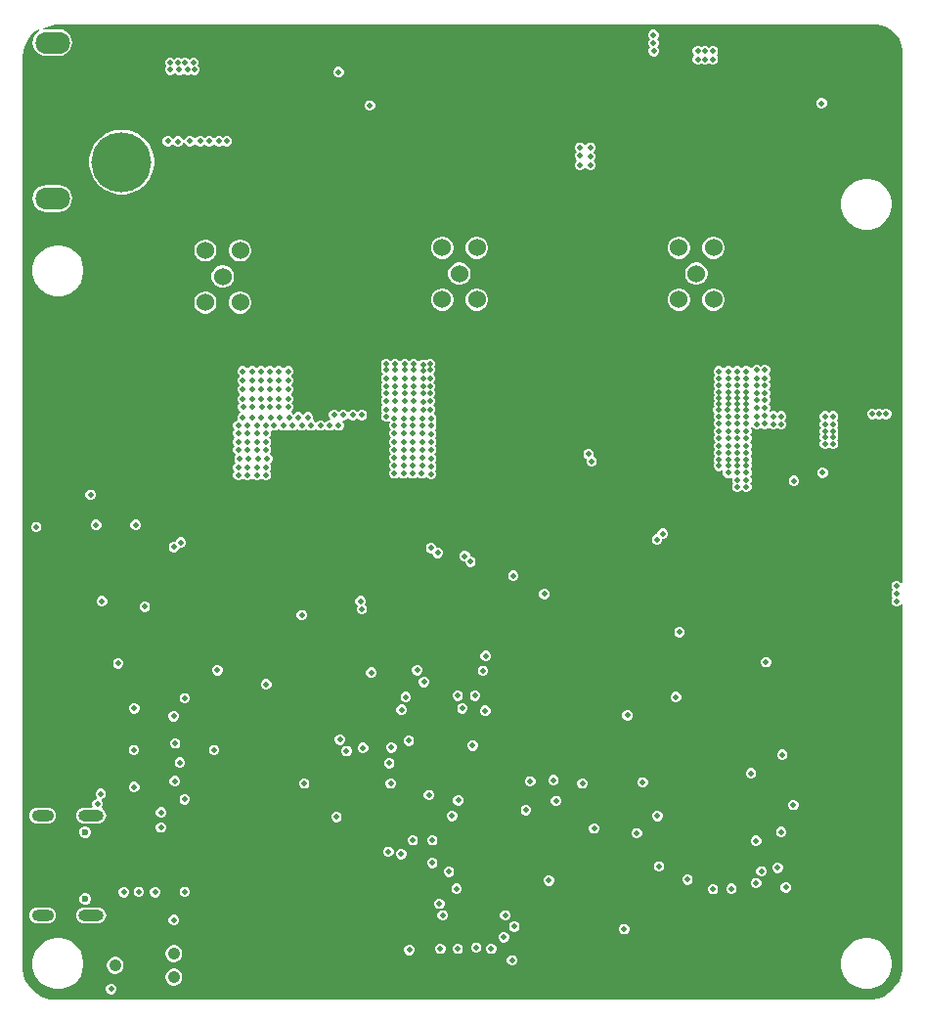
<source format=gbr>
%TF.GenerationSoftware,Altium Limited,Altium Designer,23.1.1 (15)*%
G04 Layer_Physical_Order=2*
G04 Layer_Color=6736896*
%FSLAX45Y45*%
%MOMM*%
%TF.SameCoordinates,3B15BE60-5205-462F-B1BE-89E8C5D5736D*%
%TF.FilePolarity,Positive*%
%TF.FileFunction,Copper,L2,Inr,Signal*%
%TF.Part,Single*%
G01*
G75*
%TA.AperFunction,ComponentPad*%
%ADD85C,5.20000*%
%ADD86C,1.52400*%
%ADD87C,1.06700*%
%ADD88O,3.00000X1.90000*%
%ADD89C,0.60000*%
%ADD90O,2.20000X1.00000*%
%ADD91O,1.90000X1.00000*%
%TA.AperFunction,ViaPad*%
%ADD92C,0.50000*%
G36*
X6581004Y11335518D02*
X6581004Y11335517D01*
X6581765Y11335391D01*
X6591923Y11335391D01*
X13656691Y11335392D01*
X13681708D01*
X13730780Y11325630D01*
X13777005Y11306483D01*
X13818607Y11278686D01*
X13853986Y11243307D01*
X13881783Y11201706D01*
X13900929Y11155481D01*
X13910690Y11106408D01*
Y11061087D01*
X13911877Y6495534D01*
X13899178Y6493006D01*
X13898149Y6495490D01*
X13885490Y6508149D01*
X13868951Y6515000D01*
X13851048D01*
X13834509Y6508149D01*
X13821851Y6495490D01*
X13814999Y6478951D01*
Y6461049D01*
X13821851Y6444510D01*
X13831361Y6435000D01*
X13821851Y6425490D01*
X13814999Y6408951D01*
Y6391049D01*
X13821851Y6374509D01*
X13826360Y6370000D01*
X13821851Y6365490D01*
X13814999Y6348951D01*
Y6331049D01*
X13821851Y6314510D01*
X13834509Y6301851D01*
X13851048Y6295000D01*
X13868951D01*
X13885490Y6301851D01*
X13898149Y6314510D01*
X13899223Y6317104D01*
X13911925Y6314580D01*
X13912740Y3179502D01*
Y3175670D01*
X13912740Y3175669D01*
X13912740Y3150652D01*
X13902979Y3101580D01*
X13883832Y3055355D01*
X13856033Y3013753D01*
X13838344Y2996064D01*
X13806612Y2964331D01*
X13788921Y2946642D01*
X13747321Y2918844D01*
X13701096Y2899697D01*
X13652023Y2889936D01*
X6537447D01*
X6494818Y2898416D01*
X6454663Y2915049D01*
X6418524Y2939196D01*
X6403157Y2954563D01*
X6361656Y2996064D01*
X6361655D01*
X6343966Y3013754D01*
X6316168Y3055355D01*
X6297021Y3101580D01*
X6287260Y3150652D01*
X6287261Y3175669D01*
X6287260Y11005975D01*
X6287260Y11005975D01*
X6287260Y11005975D01*
X6287132Y11024647D01*
X6290576Y11061833D01*
X6297683Y11098496D01*
X6308386Y11134274D01*
X6322579Y11168817D01*
X6340121Y11201786D01*
X6360842Y11232855D01*
X6384537Y11261720D01*
X6397755Y11274909D01*
X6432023Y11287065D01*
X6437003Y11275452D01*
X6412981Y11257019D01*
X6394548Y11232996D01*
X6382960Y11205021D01*
X6379008Y11175000D01*
X6382960Y11144979D01*
X6394548Y11117004D01*
X6412981Y11092981D01*
X6437004Y11074548D01*
X6464979Y11062960D01*
X6495000Y11059008D01*
X6605000D01*
X6635021Y11062960D01*
X6662996Y11074548D01*
X6687019Y11092981D01*
X6705452Y11117004D01*
X6717040Y11144979D01*
X6720992Y11175000D01*
X6717040Y11205021D01*
X6705452Y11232996D01*
X6687019Y11257019D01*
X6662996Y11275452D01*
X6635021Y11287040D01*
X6605000Y11290992D01*
X6495000D01*
X6472866Y11288078D01*
X6469881Y11300495D01*
X6567145Y11334998D01*
X6579803Y11336451D01*
X6581004Y11335518D01*
D02*
G37*
%LPC*%
G36*
X12278951Y11145000D02*
X12261049D01*
X12244510Y11138149D01*
X12235000Y11128639D01*
X12225490Y11138149D01*
X12208951Y11145000D01*
X12191049D01*
X12174509Y11138149D01*
X12170000Y11133639D01*
X12165491Y11138149D01*
X12148951Y11145000D01*
X12131049D01*
X12114510Y11138149D01*
X12101851Y11125490D01*
X12095000Y11108951D01*
Y11091049D01*
X12101851Y11074509D01*
X12111361Y11065000D01*
X12101851Y11055490D01*
X12095000Y11038951D01*
Y11021049D01*
X12101851Y11004510D01*
X12114510Y10991851D01*
X12131049Y10985000D01*
X12148951D01*
X12165491Y10991851D01*
X12170000Y10996361D01*
X12174509Y10991851D01*
X12191049Y10985000D01*
X12208951D01*
X12225490Y10991851D01*
X12235000Y11001361D01*
X12244510Y10991851D01*
X12261049Y10985000D01*
X12278951D01*
X12295491Y10991851D01*
X12308149Y11004510D01*
X12315000Y11021049D01*
Y11038951D01*
X12308149Y11055490D01*
X12298640Y11065000D01*
X12308149Y11074509D01*
X12315000Y11091049D01*
Y11108951D01*
X12308149Y11125490D01*
X12295491Y11138149D01*
X12278951Y11145000D01*
D02*
G37*
G36*
X11763735Y11286657D02*
X11745833D01*
X11729294Y11279806D01*
X11716635Y11267147D01*
X11709784Y11250608D01*
Y11232706D01*
X11716635Y11216167D01*
X11726144Y11206657D01*
X11716635Y11197148D01*
X11709784Y11180608D01*
Y11162706D01*
X11716635Y11146167D01*
X11728689Y11134113D01*
X11720040Y11125464D01*
X11713189Y11108924D01*
Y11091023D01*
X11720040Y11074483D01*
X11732698Y11061824D01*
X11749238Y11054974D01*
X11767140D01*
X11783679Y11061824D01*
X11796338Y11074483D01*
X11803189Y11091023D01*
Y11108924D01*
X11796338Y11125464D01*
X11784284Y11137518D01*
X11792933Y11146167D01*
X11799784Y11162706D01*
Y11180608D01*
X11792933Y11197148D01*
X11783423Y11206657D01*
X11792933Y11216167D01*
X11799784Y11232706D01*
Y11250608D01*
X11792933Y11267147D01*
X11780274Y11279806D01*
X11763735Y11286657D01*
D02*
G37*
G36*
X7778951Y11045000D02*
X7761049D01*
X7744510Y11038149D01*
X7735000Y11028640D01*
X7725491Y11038149D01*
X7708951Y11045000D01*
X7691049D01*
X7674510Y11038149D01*
X7670000Y11033640D01*
X7665490Y11038149D01*
X7648951Y11045000D01*
X7631049D01*
X7614510Y11038149D01*
X7605000Y11028640D01*
X7595491Y11038149D01*
X7578951Y11045000D01*
X7561049D01*
X7544510Y11038149D01*
X7531851Y11025491D01*
X7525000Y11008951D01*
Y10991049D01*
X7531851Y10974510D01*
X7536361Y10970000D01*
X7531851Y10965490D01*
X7525000Y10948951D01*
Y10931049D01*
X7531851Y10914510D01*
X7544510Y10901851D01*
X7561049Y10895000D01*
X7578951D01*
X7595491Y10901851D01*
X7601703Y10908064D01*
X7610000Y10913334D01*
X7618297Y10908064D01*
X7624510Y10901851D01*
X7641049Y10895000D01*
X7658951D01*
X7675490Y10901851D01*
X7685000Y10911360D01*
X7694510Y10901851D01*
X7711049Y10895000D01*
X7728951D01*
X7745490Y10901851D01*
X7750000Y10906360D01*
X7754510Y10901851D01*
X7771049Y10895000D01*
X7788951D01*
X7805490Y10901851D01*
X7818149Y10914510D01*
X7825000Y10931049D01*
Y10948951D01*
X7818149Y10965490D01*
X7808436Y10975203D01*
X7815000Y10991049D01*
Y11008951D01*
X7808149Y11025491D01*
X7795490Y11038149D01*
X7778951Y11045000D01*
D02*
G37*
G36*
X9038951Y10965000D02*
X9021049D01*
X9004510Y10958149D01*
X8991851Y10945490D01*
X8985000Y10928951D01*
Y10911049D01*
X8991851Y10894510D01*
X9004510Y10881851D01*
X9021049Y10875000D01*
X9038951D01*
X9055490Y10881851D01*
X9068149Y10894510D01*
X9075000Y10911049D01*
Y10928951D01*
X9068149Y10945490D01*
X9055490Y10958149D01*
X9038951Y10965000D01*
D02*
G37*
G36*
X13218951Y10695000D02*
X13201048D01*
X13184509Y10688149D01*
X13171851Y10675491D01*
X13164999Y10658951D01*
Y10641049D01*
X13171851Y10624510D01*
X13184509Y10611851D01*
X13201048Y10605000D01*
X13218951D01*
X13235490Y10611851D01*
X13248149Y10624510D01*
X13255000Y10641049D01*
Y10658951D01*
X13248149Y10675491D01*
X13235490Y10688149D01*
X13218951Y10695000D01*
D02*
G37*
G36*
X9308951Y10675000D02*
X9291049D01*
X9274510Y10668149D01*
X9261851Y10655491D01*
X9255000Y10638951D01*
Y10621049D01*
X9261851Y10604510D01*
X9274510Y10591851D01*
X9291049Y10585000D01*
X9308951D01*
X9325490Y10591851D01*
X9338149Y10604510D01*
X9345000Y10621049D01*
Y10638951D01*
X9338149Y10655491D01*
X9325490Y10668149D01*
X9308951Y10675000D01*
D02*
G37*
G36*
X8068951Y10365000D02*
X8051049D01*
X8034509Y10358149D01*
X8025000Y10348639D01*
X8015490Y10358149D01*
X7998951Y10365000D01*
X7981049D01*
X7964510Y10358149D01*
X7958297Y10351936D01*
X7950000Y10346666D01*
X7941703Y10351936D01*
X7935490Y10358149D01*
X7918951Y10365000D01*
X7901049D01*
X7884510Y10358149D01*
X7878297Y10351936D01*
X7870000Y10346666D01*
X7861703Y10351936D01*
X7855491Y10358149D01*
X7838951Y10365000D01*
X7821049D01*
X7804510Y10358149D01*
X7791851Y10345491D01*
X7778149D01*
X7765490Y10358149D01*
X7748951Y10365000D01*
X7731049D01*
X7714510Y10358149D01*
X7701851Y10345490D01*
X7696789Y10333270D01*
X7683267Y10332729D01*
X7678498Y10344241D01*
X7665839Y10356900D01*
X7649300Y10363751D01*
X7631398D01*
X7614859Y10356900D01*
X7602200Y10344242D01*
X7588560Y10344498D01*
X7588149Y10345490D01*
X7575490Y10358149D01*
X7558951Y10365000D01*
X7541049D01*
X7524509Y10358149D01*
X7511851Y10345490D01*
X7505000Y10328951D01*
Y10311049D01*
X7511851Y10294510D01*
X7524509Y10281851D01*
X7541049Y10275000D01*
X7558951D01*
X7575490Y10281851D01*
X7588149Y10294509D01*
X7601789Y10294253D01*
X7602200Y10293261D01*
X7614859Y10280602D01*
X7631398Y10273751D01*
X7649300D01*
X7665839Y10280602D01*
X7678498Y10293261D01*
X7683560Y10305481D01*
X7697082Y10306022D01*
X7701851Y10294510D01*
X7714510Y10281851D01*
X7731049Y10275000D01*
X7748951D01*
X7765490Y10281851D01*
X7778149Y10294509D01*
X7791851D01*
X7804510Y10281851D01*
X7821049Y10275000D01*
X7838951D01*
X7855491Y10281851D01*
X7861703Y10288064D01*
X7870000Y10293334D01*
X7878297Y10288064D01*
X7884510Y10281851D01*
X7901049Y10275000D01*
X7918951D01*
X7935490Y10281851D01*
X7941703Y10288064D01*
X7950000Y10293333D01*
X7958297Y10288064D01*
X7964510Y10281851D01*
X7981049Y10275000D01*
X7998951D01*
X8015490Y10281851D01*
X8025000Y10291360D01*
X8034509Y10281851D01*
X8051049Y10275000D01*
X8068951D01*
X8085490Y10281851D01*
X8098149Y10294510D01*
X8105000Y10311049D01*
Y10328951D01*
X8098149Y10345490D01*
X8085490Y10358149D01*
X8068951Y10365000D01*
D02*
G37*
G36*
X11216715Y10310706D02*
X11198813D01*
X11182274Y10303855D01*
X11169615Y10291197D01*
X11169114Y10289988D01*
X11156414D01*
X11155913Y10291197D01*
X11143255Y10303855D01*
X11126715Y10310706D01*
X11108813D01*
X11092274Y10303855D01*
X11079615Y10291197D01*
X11072764Y10274657D01*
Y10256755D01*
X11079615Y10240216D01*
X11089125Y10230706D01*
X11079615Y10221196D01*
X11072764Y10204657D01*
Y10186755D01*
X11079615Y10170216D01*
X11085828Y10164003D01*
X11091098Y10155706D01*
X11085828Y10147409D01*
X11079615Y10141197D01*
X11072764Y10124657D01*
Y10106755D01*
X11079615Y10090216D01*
X11092274Y10077557D01*
X11108813Y10070706D01*
X11126715D01*
X11143255Y10077557D01*
X11155913Y10090216D01*
X11156414Y10091425D01*
X11169114D01*
X11169615Y10090216D01*
X11182274Y10077557D01*
X11198813Y10070706D01*
X11216715D01*
X11233255Y10077557D01*
X11245913Y10090216D01*
X11252764Y10106755D01*
Y10124657D01*
X11245913Y10141197D01*
X11236404Y10150706D01*
X11245913Y10160216D01*
X11252764Y10176755D01*
Y10194657D01*
X11245913Y10211196D01*
X11239700Y10217409D01*
X11234431Y10225706D01*
X11239700Y10234003D01*
X11245913Y10240216D01*
X11252764Y10256755D01*
Y10274657D01*
X11245913Y10291197D01*
X11233255Y10303855D01*
X11216715Y10310706D01*
D02*
G37*
G36*
X7172036Y10420000D02*
X7127963D01*
X7084433Y10413105D01*
X7042517Y10399486D01*
X7003248Y10379478D01*
X6967592Y10353572D01*
X6936428Y10322408D01*
X6910522Y10286752D01*
X6890514Y10247483D01*
X6876895Y10205567D01*
X6870000Y10162037D01*
Y10117964D01*
X6876895Y10074433D01*
X6890514Y10032517D01*
X6910522Y9993248D01*
X6936428Y9957592D01*
X6967592Y9926428D01*
X7003248Y9900522D01*
X7042517Y9880514D01*
X7084433Y9866895D01*
X7127963Y9860000D01*
X7172036D01*
X7215567Y9866895D01*
X7257483Y9880514D01*
X7296752Y9900522D01*
X7332408Y9926428D01*
X7363572Y9957592D01*
X7389477Y9993248D01*
X7409486Y10032517D01*
X7423105Y10074433D01*
X7430000Y10117964D01*
Y10162037D01*
X7423105Y10205567D01*
X7409486Y10247483D01*
X7389477Y10286752D01*
X7363572Y10322408D01*
X7332408Y10353572D01*
X7296752Y10379478D01*
X7257483Y10399486D01*
X7215567Y10413105D01*
X7172036Y10420000D01*
D02*
G37*
G36*
X6605000Y9940992D02*
X6495000D01*
X6464979Y9937040D01*
X6437004Y9925452D01*
X6412981Y9907019D01*
X6394548Y9882996D01*
X6382960Y9855021D01*
X6379008Y9825000D01*
X6382960Y9794979D01*
X6394548Y9767004D01*
X6412981Y9742981D01*
X6437004Y9724548D01*
X6464979Y9712960D01*
X6495000Y9709008D01*
X6605000D01*
X6635021Y9712960D01*
X6662996Y9724548D01*
X6687019Y9742981D01*
X6705452Y9767004D01*
X6717040Y9794979D01*
X6720992Y9825000D01*
X6717040Y9855021D01*
X6705452Y9882996D01*
X6687019Y9907019D01*
X6662996Y9925452D01*
X6635021Y9937040D01*
X6605000Y9940992D01*
D02*
G37*
G36*
X13621667Y9995000D02*
X13578333D01*
X13535828Y9986545D01*
X13495792Y9969961D01*
X13459758Y9945885D01*
X13429115Y9915242D01*
X13405038Y9879209D01*
X13388455Y9839172D01*
X13380000Y9796668D01*
Y9753332D01*
X13388455Y9710828D01*
X13405038Y9670791D01*
X13429115Y9634758D01*
X13459758Y9604115D01*
X13495792Y9580039D01*
X13535828Y9563455D01*
X13578333Y9555000D01*
X13621667D01*
X13664172Y9563455D01*
X13704208Y9580039D01*
X13740242Y9604115D01*
X13770885Y9634758D01*
X13794962Y9670791D01*
X13811545Y9710828D01*
X13820000Y9753332D01*
Y9796668D01*
X13811545Y9839172D01*
X13794962Y9879209D01*
X13770885Y9915242D01*
X13740242Y9945885D01*
X13704208Y9969961D01*
X13664172Y9986545D01*
X13621667Y9995000D01*
D02*
G37*
G36*
X12287665Y9496200D02*
X12262335D01*
X12237869Y9489644D01*
X12215932Y9476979D01*
X12198021Y9459068D01*
X12185356Y9437132D01*
X12178800Y9412665D01*
Y9387335D01*
X12185356Y9362868D01*
X12198021Y9340932D01*
X12215932Y9323021D01*
X12237869Y9310356D01*
X12262335Y9303800D01*
X12287665D01*
X12312132Y9310356D01*
X12334069Y9323021D01*
X12351979Y9340932D01*
X12364644Y9362868D01*
X12371200Y9387335D01*
Y9412665D01*
X12364644Y9437132D01*
X12351979Y9459068D01*
X12334069Y9476979D01*
X12312132Y9489644D01*
X12287665Y9496200D01*
D02*
G37*
G36*
X11987665D02*
X11962335D01*
X11937869Y9489644D01*
X11915932Y9476979D01*
X11898021Y9459068D01*
X11885356Y9437132D01*
X11878800Y9412665D01*
Y9387335D01*
X11885356Y9362868D01*
X11898021Y9340932D01*
X11915932Y9323021D01*
X11937869Y9310356D01*
X11962335Y9303800D01*
X11987665D01*
X12012132Y9310356D01*
X12034069Y9323021D01*
X12051979Y9340932D01*
X12064644Y9362868D01*
X12071200Y9387335D01*
Y9412665D01*
X12064644Y9437132D01*
X12051979Y9459068D01*
X12034069Y9476979D01*
X12012132Y9489644D01*
X11987665Y9496200D01*
D02*
G37*
G36*
X10237665D02*
X10212335D01*
X10187868Y9489644D01*
X10165932Y9476979D01*
X10148021Y9459068D01*
X10135356Y9437132D01*
X10128800Y9412665D01*
Y9387335D01*
X10135356Y9362868D01*
X10148021Y9340932D01*
X10165932Y9323021D01*
X10187868Y9310356D01*
X10212335Y9303800D01*
X10237665D01*
X10262132Y9310356D01*
X10284068Y9323021D01*
X10301979Y9340932D01*
X10314644Y9362868D01*
X10321200Y9387335D01*
Y9412665D01*
X10314644Y9437132D01*
X10301979Y9459068D01*
X10284068Y9476979D01*
X10262132Y9489644D01*
X10237665Y9496200D01*
D02*
G37*
G36*
X9937665D02*
X9912335D01*
X9887868Y9489644D01*
X9865932Y9476979D01*
X9848021Y9459068D01*
X9835356Y9437132D01*
X9828800Y9412665D01*
Y9387335D01*
X9835356Y9362868D01*
X9848021Y9340932D01*
X9865932Y9323021D01*
X9887868Y9310356D01*
X9912335Y9303800D01*
X9937665D01*
X9962132Y9310356D01*
X9984068Y9323021D01*
X10001979Y9340932D01*
X10014644Y9362868D01*
X10021200Y9387335D01*
Y9412665D01*
X10014644Y9437132D01*
X10001979Y9459068D01*
X9984068Y9476979D01*
X9962132Y9489644D01*
X9937665Y9496200D01*
D02*
G37*
G36*
X8187665Y9471200D02*
X8162335D01*
X8137868Y9464644D01*
X8115932Y9451979D01*
X8098021Y9434069D01*
X8085356Y9412132D01*
X8078800Y9387665D01*
Y9362335D01*
X8085356Y9337869D01*
X8098021Y9315932D01*
X8115932Y9298021D01*
X8137868Y9285356D01*
X8162335Y9278800D01*
X8187665D01*
X8212132Y9285356D01*
X8234068Y9298021D01*
X8251979Y9315932D01*
X8264644Y9337869D01*
X8271200Y9362335D01*
Y9387665D01*
X8264644Y9412132D01*
X8251979Y9434069D01*
X8234068Y9451979D01*
X8212132Y9464644D01*
X8187665Y9471200D01*
D02*
G37*
G36*
X7887665D02*
X7862335D01*
X7837869Y9464644D01*
X7815932Y9451979D01*
X7798021Y9434069D01*
X7785356Y9412132D01*
X7778800Y9387665D01*
Y9362335D01*
X7785356Y9337869D01*
X7798021Y9315932D01*
X7815932Y9298021D01*
X7837869Y9285356D01*
X7862335Y9278800D01*
X7887665D01*
X7912132Y9285356D01*
X7934068Y9298021D01*
X7951979Y9315932D01*
X7964644Y9337869D01*
X7971200Y9362335D01*
Y9387665D01*
X7964644Y9412132D01*
X7951979Y9434069D01*
X7934068Y9451979D01*
X7912132Y9464644D01*
X7887665Y9471200D01*
D02*
G37*
G36*
X12137837Y9272500D02*
X12112164D01*
X12087367Y9265855D01*
X12065134Y9253020D01*
X12046981Y9234866D01*
X12034145Y9212634D01*
X12027500Y9187836D01*
Y9162164D01*
X12034145Y9137367D01*
X12046981Y9115134D01*
X12065134Y9096981D01*
X12087367Y9084145D01*
X12112164Y9077500D01*
X12137837D01*
X12162634Y9084145D01*
X12184867Y9096981D01*
X12203020Y9115134D01*
X12215856Y9137367D01*
X12222500Y9162164D01*
Y9187836D01*
X12215856Y9212634D01*
X12203020Y9234866D01*
X12184867Y9253020D01*
X12162634Y9265855D01*
X12137837Y9272500D01*
D02*
G37*
G36*
X10087836D02*
X10062164D01*
X10037367Y9265855D01*
X10015134Y9253020D01*
X9996981Y9234866D01*
X9984145Y9212634D01*
X9977500Y9187836D01*
Y9162164D01*
X9984145Y9137367D01*
X9996981Y9115134D01*
X10015134Y9096981D01*
X10037367Y9084145D01*
X10062164Y9077500D01*
X10087836D01*
X10112634Y9084145D01*
X10134866Y9096981D01*
X10153020Y9115134D01*
X10165855Y9137367D01*
X10172500Y9162164D01*
Y9187836D01*
X10165855Y9212634D01*
X10153020Y9234866D01*
X10134866Y9253020D01*
X10112634Y9265855D01*
X10087836Y9272500D01*
D02*
G37*
G36*
X8037836Y9247500D02*
X8012164D01*
X7987367Y9240856D01*
X7965134Y9228020D01*
X7946981Y9209867D01*
X7934145Y9187634D01*
X7927500Y9162836D01*
Y9137164D01*
X7934145Y9112367D01*
X7946981Y9090134D01*
X7965134Y9071981D01*
X7987367Y9059145D01*
X8012164Y9052500D01*
X8037836D01*
X8062634Y9059145D01*
X8084866Y9071981D01*
X8103020Y9090134D01*
X8115855Y9112367D01*
X8122500Y9137164D01*
Y9162836D01*
X8115855Y9187634D01*
X8103020Y9209867D01*
X8084866Y9228020D01*
X8062634Y9240856D01*
X8037836Y9247500D01*
D02*
G37*
G36*
X6621668Y9420000D02*
X6578332D01*
X6535828Y9411545D01*
X6495791Y9394961D01*
X6459758Y9370885D01*
X6429115Y9340242D01*
X6405039Y9304209D01*
X6388455Y9264171D01*
X6380000Y9221668D01*
Y9178332D01*
X6388455Y9135828D01*
X6405039Y9095791D01*
X6429115Y9059758D01*
X6459758Y9029115D01*
X6495791Y9005039D01*
X6535828Y8988454D01*
X6578332Y8980000D01*
X6621668D01*
X6664172Y8988454D01*
X6704209Y9005039D01*
X6740242Y9029115D01*
X6770885Y9059758D01*
X6794961Y9095791D01*
X6811545Y9135828D01*
X6820000Y9178332D01*
Y9221668D01*
X6811545Y9264171D01*
X6794961Y9304209D01*
X6770885Y9340242D01*
X6740242Y9370885D01*
X6704209Y9394961D01*
X6664172Y9411545D01*
X6621668Y9420000D01*
D02*
G37*
G36*
X12287665Y9046200D02*
X12262335D01*
X12237869Y9039644D01*
X12215932Y9026979D01*
X12198021Y9009068D01*
X12185356Y8987132D01*
X12178800Y8962665D01*
Y8937335D01*
X12185356Y8912868D01*
X12198021Y8890932D01*
X12215932Y8873021D01*
X12237869Y8860356D01*
X12262335Y8853800D01*
X12287665D01*
X12312132Y8860356D01*
X12334069Y8873021D01*
X12351979Y8890932D01*
X12364644Y8912868D01*
X12371200Y8937335D01*
Y8962665D01*
X12364644Y8987132D01*
X12351979Y9009068D01*
X12334069Y9026979D01*
X12312132Y9039644D01*
X12287665Y9046200D01*
D02*
G37*
G36*
X11987665D02*
X11962335D01*
X11937869Y9039644D01*
X11915932Y9026979D01*
X11898021Y9009068D01*
X11885356Y8987132D01*
X11878800Y8962665D01*
Y8937335D01*
X11885356Y8912868D01*
X11898021Y8890932D01*
X11915932Y8873021D01*
X11937869Y8860356D01*
X11962335Y8853800D01*
X11987665D01*
X12012132Y8860356D01*
X12034069Y8873021D01*
X12051979Y8890932D01*
X12064644Y8912868D01*
X12071200Y8937335D01*
Y8962665D01*
X12064644Y8987132D01*
X12051979Y9009068D01*
X12034069Y9026979D01*
X12012132Y9039644D01*
X11987665Y9046200D01*
D02*
G37*
G36*
X10237665D02*
X10212335D01*
X10187868Y9039644D01*
X10165932Y9026979D01*
X10148021Y9009068D01*
X10135356Y8987132D01*
X10128800Y8962665D01*
Y8937335D01*
X10135356Y8912868D01*
X10148021Y8890932D01*
X10165932Y8873021D01*
X10187868Y8860356D01*
X10212335Y8853800D01*
X10237665D01*
X10262132Y8860356D01*
X10284068Y8873021D01*
X10301979Y8890932D01*
X10314644Y8912868D01*
X10321200Y8937335D01*
Y8962665D01*
X10314644Y8987132D01*
X10301979Y9009068D01*
X10284068Y9026979D01*
X10262132Y9039644D01*
X10237665Y9046200D01*
D02*
G37*
G36*
X9937665D02*
X9912335D01*
X9887868Y9039644D01*
X9865932Y9026979D01*
X9848021Y9009068D01*
X9835356Y8987132D01*
X9828800Y8962665D01*
Y8937335D01*
X9835356Y8912868D01*
X9848021Y8890932D01*
X9865932Y8873021D01*
X9887868Y8860356D01*
X9912335Y8853800D01*
X9937665D01*
X9962132Y8860356D01*
X9984068Y8873021D01*
X10001979Y8890932D01*
X10014644Y8912868D01*
X10021200Y8937335D01*
Y8962665D01*
X10014644Y8987132D01*
X10001979Y9009068D01*
X9984068Y9026979D01*
X9962132Y9039644D01*
X9937665Y9046200D01*
D02*
G37*
G36*
X8187665Y9021200D02*
X8162335D01*
X8137868Y9014644D01*
X8115932Y9001979D01*
X8098021Y8984068D01*
X8085356Y8962132D01*
X8078800Y8937665D01*
Y8912335D01*
X8085356Y8887868D01*
X8098021Y8865932D01*
X8115932Y8848021D01*
X8137868Y8835356D01*
X8162335Y8828800D01*
X8187665D01*
X8212132Y8835356D01*
X8234068Y8848021D01*
X8251979Y8865932D01*
X8264644Y8887868D01*
X8271200Y8912335D01*
Y8937665D01*
X8264644Y8962132D01*
X8251979Y8984068D01*
X8234068Y9001979D01*
X8212132Y9014644D01*
X8187665Y9021200D01*
D02*
G37*
G36*
X7887665D02*
X7862335D01*
X7837869Y9014644D01*
X7815932Y9001979D01*
X7798021Y8984068D01*
X7785356Y8962132D01*
X7778800Y8937665D01*
Y8912335D01*
X7785356Y8887868D01*
X7798021Y8865932D01*
X7815932Y8848021D01*
X7837869Y8835356D01*
X7862335Y8828800D01*
X7887665D01*
X7912132Y8835356D01*
X7934068Y8848021D01*
X7951979Y8865932D01*
X7964644Y8887868D01*
X7971200Y8912335D01*
Y8937665D01*
X7964644Y8962132D01*
X7951979Y8984068D01*
X7934068Y9001979D01*
X7912132Y9014644D01*
X7887665Y9021200D01*
D02*
G37*
G36*
X9828951Y8435000D02*
X9811049D01*
X9794509Y8428149D01*
X9788215Y8421855D01*
X9785825Y8424244D01*
X9769286Y8431095D01*
X9751384D01*
X9734845Y8424244D01*
X9730195Y8419595D01*
X9718201Y8415508D01*
X9713823Y8419816D01*
X9705490Y8428149D01*
X9688951Y8435000D01*
X9671049D01*
X9654510Y8428149D01*
X9648297Y8421936D01*
X9640000Y8416666D01*
X9631703Y8421936D01*
X9625491Y8428149D01*
X9608951Y8435000D01*
X9591049D01*
X9574510Y8428149D01*
X9568297Y8421936D01*
X9560000Y8416666D01*
X9551703Y8421936D01*
X9545490Y8428149D01*
X9528951Y8435000D01*
X9511049D01*
X9494510Y8428149D01*
X9488297Y8421936D01*
X9480000Y8416666D01*
X9471703Y8421936D01*
X9465490Y8428149D01*
X9448951Y8435000D01*
X9431049D01*
X9414509Y8428149D01*
X9401851Y8415490D01*
X9395000Y8398951D01*
Y8381049D01*
X9401648Y8365000D01*
X9395000Y8348951D01*
Y8331049D01*
X9401851Y8314510D01*
X9411360Y8305000D01*
X9401851Y8295490D01*
X9395000Y8278951D01*
Y8261049D01*
X9401851Y8244510D01*
X9411360Y8235000D01*
X9401851Y8225491D01*
X9395000Y8208951D01*
Y8191049D01*
X9401851Y8174510D01*
X9406361Y8170000D01*
X9401851Y8165490D01*
X9395000Y8148951D01*
Y8131049D01*
X9401851Y8114510D01*
X9411360Y8105000D01*
X9401851Y8095491D01*
X9395000Y8078951D01*
Y8061049D01*
X9401851Y8044510D01*
X9411360Y8035000D01*
X9401851Y8025490D01*
X9395000Y8008951D01*
Y7991049D01*
X9401851Y7974510D01*
X9406360Y7970000D01*
X9401851Y7965491D01*
X9395000Y7948951D01*
Y7931049D01*
X9401851Y7914510D01*
X9414509Y7901851D01*
X9431049Y7895000D01*
X9448951D01*
X9465490Y7901851D01*
X9471675Y7894934D01*
X9471851Y7894509D01*
X9476361Y7890000D01*
X9471851Y7885490D01*
X9465000Y7868951D01*
Y7851049D01*
X9471851Y7834510D01*
X9481361Y7825000D01*
X9471851Y7815490D01*
X9465000Y7798951D01*
Y7781049D01*
X9471851Y7764509D01*
X9481361Y7755000D01*
X9471851Y7745490D01*
X9465000Y7728951D01*
Y7711049D01*
X9471851Y7694510D01*
X9481361Y7685000D01*
X9471851Y7675490D01*
X9465000Y7658951D01*
Y7641049D01*
X9471851Y7624510D01*
X9481361Y7615000D01*
X9471851Y7605491D01*
X9465000Y7588951D01*
Y7571049D01*
X9471851Y7554510D01*
X9481361Y7545000D01*
X9471851Y7535490D01*
X9465000Y7518951D01*
Y7501049D01*
X9471851Y7484510D01*
X9479240Y7477120D01*
X9471516Y7469395D01*
X9464665Y7452856D01*
Y7434954D01*
X9471516Y7418414D01*
X9484174Y7405756D01*
X9500714Y7398905D01*
X9518616D01*
X9535155Y7405756D01*
X9541368Y7411969D01*
X9549665Y7417238D01*
X9557962Y7411969D01*
X9564174Y7405756D01*
X9580714Y7398905D01*
X9598616D01*
X9615155Y7405756D01*
X9621368Y7411969D01*
X9629665Y7417238D01*
X9637962Y7411969D01*
X9644175Y7405756D01*
X9660714Y7398905D01*
X9678616D01*
X9695155Y7405756D01*
X9701368Y7411969D01*
X9709665Y7417239D01*
X9717962Y7411969D01*
X9724174Y7405756D01*
X9740714Y7398905D01*
X9758616D01*
X9775155Y7405756D01*
X9779804Y7410405D01*
X9791799Y7414492D01*
X9796177Y7410184D01*
X9804509Y7401851D01*
X9821049Y7395000D01*
X9838951D01*
X9855490Y7401851D01*
X9868149Y7414510D01*
X9875000Y7431049D01*
Y7448951D01*
X9868149Y7465491D01*
X9860760Y7472880D01*
X9868484Y7480605D01*
X9875335Y7497144D01*
Y7515046D01*
X9868484Y7531586D01*
X9858974Y7541095D01*
X9868484Y7550605D01*
X9875335Y7567144D01*
Y7585046D01*
X9868484Y7601586D01*
X9858975Y7611095D01*
X9868484Y7620605D01*
X9875335Y7637144D01*
Y7655046D01*
X9868484Y7671586D01*
X9858974Y7681095D01*
X9868484Y7690605D01*
X9875335Y7707144D01*
Y7725046D01*
X9868484Y7741586D01*
X9858975Y7751095D01*
X9868484Y7760605D01*
X9875335Y7777144D01*
Y7795046D01*
X9868484Y7811586D01*
X9858974Y7821095D01*
X9868484Y7830605D01*
X9875335Y7847144D01*
Y7865046D01*
X9868484Y7881586D01*
X9863975Y7886095D01*
X9868484Y7890605D01*
X9875335Y7907144D01*
Y7925046D01*
X9868484Y7941586D01*
X9855826Y7954244D01*
X9852859Y7969220D01*
X9858149Y7974510D01*
X9865000Y7991049D01*
Y8008951D01*
X9858149Y8025490D01*
X9848639Y8035000D01*
X9858149Y8044510D01*
X9865000Y8061049D01*
Y8078951D01*
X9858149Y8095491D01*
X9848639Y8105000D01*
X9858149Y8114510D01*
X9865000Y8131049D01*
Y8148951D01*
X9858149Y8165490D01*
X9853639Y8170000D01*
X9858149Y8174510D01*
X9865000Y8191049D01*
Y8208951D01*
X9858149Y8225491D01*
X9848639Y8235000D01*
X9858149Y8244510D01*
X9865000Y8261049D01*
Y8278951D01*
X9858149Y8295490D01*
X9848639Y8305000D01*
X9858149Y8314510D01*
X9865000Y8331049D01*
Y8348951D01*
X9858352Y8365000D01*
X9865000Y8381049D01*
Y8398951D01*
X9858149Y8415490D01*
X9845490Y8428149D01*
X9828951Y8435000D01*
D02*
G37*
G36*
X12728951Y8385000D02*
X12711049D01*
X12694510Y8378149D01*
X12685000Y8368640D01*
X12675491Y8378149D01*
X12658951Y8385000D01*
X12641049D01*
X12624510Y8378149D01*
X12611851Y8365491D01*
X12609769Y8360464D01*
X12606642Y8359126D01*
X12595189Y8358451D01*
X12585490Y8368149D01*
X12568951Y8375000D01*
X12551049D01*
X12534510Y8368149D01*
X12528297Y8361936D01*
X12520000Y8356666D01*
X12511703Y8361936D01*
X12505491Y8368149D01*
X12488951Y8375000D01*
X12471049D01*
X12454510Y8368149D01*
X12448297Y8361936D01*
X12440000Y8356667D01*
X12431703Y8361936D01*
X12425491Y8368149D01*
X12408951Y8375000D01*
X12391049D01*
X12374510Y8368149D01*
X12368297Y8361936D01*
X12360000Y8356667D01*
X12351703Y8361936D01*
X12345490Y8368149D01*
X12328951Y8375000D01*
X12311049D01*
X12294510Y8368149D01*
X12281851Y8355491D01*
X12275000Y8338951D01*
Y8321049D01*
X12281851Y8304510D01*
X12286360Y8300000D01*
X12281851Y8295490D01*
X12275000Y8278951D01*
Y8261049D01*
X12281851Y8244510D01*
X12286360Y8240000D01*
X12281851Y8235491D01*
X12275000Y8218951D01*
Y8201049D01*
X12281851Y8184510D01*
X12286360Y8180000D01*
X12281851Y8175490D01*
X12275000Y8158951D01*
Y8141049D01*
X12281648Y8125000D01*
X12275000Y8108951D01*
Y8091049D01*
X12281648Y8075000D01*
X12275000Y8058951D01*
Y8041049D01*
X12281851Y8024509D01*
X12282211Y8024150D01*
X12278551Y8020490D01*
X12271700Y8003951D01*
Y7986049D01*
X12278551Y7969510D01*
X12282211Y7965850D01*
X12281851Y7965491D01*
X12275000Y7948951D01*
Y7931049D01*
X12281851Y7914510D01*
X12286360Y7910000D01*
X12281851Y7905490D01*
X12275000Y7888951D01*
Y7871049D01*
X12281851Y7854510D01*
X12291361Y7845000D01*
X12281851Y7835490D01*
X12275000Y7818951D01*
Y7801049D01*
X12281851Y7784509D01*
X12286360Y7780000D01*
X12281851Y7775490D01*
X12275000Y7758951D01*
Y7741049D01*
X12281851Y7724510D01*
X12291361Y7715000D01*
X12281851Y7705490D01*
X12275000Y7688951D01*
Y7671049D01*
X12281851Y7654509D01*
X12286360Y7650000D01*
X12281851Y7645490D01*
X12275000Y7628951D01*
Y7611049D01*
X12281851Y7594510D01*
X12286360Y7590000D01*
X12281851Y7585491D01*
X12275000Y7568951D01*
Y7551049D01*
X12281648Y7535000D01*
X12275000Y7518951D01*
Y7501049D01*
X12281851Y7484510D01*
X12294510Y7471851D01*
X12311049Y7465000D01*
X12328951D01*
X12345490Y7471851D01*
X12347379Y7473740D01*
X12358146Y7466546D01*
X12355000Y7458951D01*
Y7441049D01*
X12361851Y7424510D01*
X12374509Y7411851D01*
X12391049Y7405000D01*
X12408951D01*
X12425490Y7411851D01*
X12427380Y7413740D01*
X12438146Y7406546D01*
X12435000Y7398951D01*
Y7381049D01*
X12441851Y7364510D01*
X12446360Y7360000D01*
X12441851Y7355490D01*
X12435000Y7338951D01*
Y7321049D01*
X12441851Y7304510D01*
X12454510Y7291851D01*
X12471049Y7285000D01*
X12488951D01*
X12505490Y7291851D01*
X12511703Y7298064D01*
X12520000Y7303334D01*
X12528297Y7298064D01*
X12534509Y7291851D01*
X12551049Y7285000D01*
X12568951D01*
X12585490Y7291851D01*
X12598149Y7304510D01*
X12605000Y7321049D01*
Y7338951D01*
X12598149Y7355490D01*
X12593639Y7360000D01*
X12598149Y7364510D01*
X12605000Y7381049D01*
Y7398951D01*
X12598149Y7415490D01*
X12593639Y7420000D01*
X12598149Y7424510D01*
X12605000Y7441049D01*
Y7458951D01*
X12598149Y7475491D01*
X12593640Y7480000D01*
X12598149Y7484510D01*
X12605000Y7501049D01*
Y7518951D01*
X12598352Y7535000D01*
X12605000Y7551049D01*
Y7568951D01*
X12598149Y7585491D01*
X12593640Y7590000D01*
X12598149Y7594510D01*
X12605000Y7611049D01*
Y7628951D01*
X12598149Y7645490D01*
X12593640Y7650000D01*
X12598149Y7654509D01*
X12605000Y7671049D01*
Y7688951D01*
X12598149Y7705490D01*
X12588639Y7715000D01*
X12598149Y7724510D01*
X12605000Y7741049D01*
Y7758951D01*
X12598149Y7775490D01*
X12593640Y7780000D01*
X12598149Y7784509D01*
X12605000Y7801049D01*
Y7818951D01*
X12598149Y7835490D01*
X12594789Y7838851D01*
X12598036Y7846080D01*
X12611564Y7845203D01*
X12611851Y7844510D01*
X12624510Y7831851D01*
X12641049Y7825000D01*
X12658951D01*
X12675491Y7831851D01*
X12684750Y7841111D01*
X12690010Y7835851D01*
X12706550Y7829000D01*
X12724452D01*
X12740991Y7835851D01*
X12742226Y7837086D01*
X12759731Y7836630D01*
X12764510Y7831851D01*
X12781049Y7825000D01*
X12798951D01*
X12815491Y7831851D01*
X12825000Y7841360D01*
X12834509Y7831851D01*
X12851048Y7825000D01*
X12868951D01*
X12885490Y7831851D01*
X12898149Y7844510D01*
X12905000Y7861049D01*
Y7878951D01*
X12898149Y7895490D01*
X12888638Y7905000D01*
X12898149Y7914510D01*
X12905000Y7931049D01*
Y7948951D01*
X12898149Y7965491D01*
X12885490Y7978149D01*
X12868951Y7985000D01*
X12851048D01*
X12834509Y7978149D01*
X12825000Y7968640D01*
X12815491Y7978149D01*
X12798951Y7985000D01*
X12781049D01*
X12770245Y7980525D01*
X12760525Y7990245D01*
X12765000Y8001049D01*
Y8018951D01*
X12758149Y8035490D01*
X12748639Y8045000D01*
X12758149Y8054510D01*
X12765000Y8071049D01*
Y8088951D01*
X12758149Y8105491D01*
X12753639Y8110000D01*
X12758149Y8114510D01*
X12765000Y8131049D01*
Y8148951D01*
X12758149Y8165490D01*
X12748639Y8175000D01*
X12758149Y8184510D01*
X12765000Y8201049D01*
Y8218951D01*
X12758149Y8235491D01*
X12753639Y8240000D01*
X12758149Y8244510D01*
X12765000Y8261049D01*
Y8278951D01*
X12758149Y8295490D01*
X12748639Y8305000D01*
X12758149Y8314510D01*
X12765000Y8331049D01*
Y8348951D01*
X12758149Y8365491D01*
X12745490Y8378149D01*
X12728951Y8385000D01*
D02*
G37*
G36*
X8598951Y8375000D02*
X8581049D01*
X8564510Y8368149D01*
X8558297Y8361936D01*
X8550000Y8356667D01*
X8541703Y8361936D01*
X8535490Y8368149D01*
X8518951Y8375000D01*
X8501049D01*
X8484510Y8368149D01*
X8478297Y8361936D01*
X8470000Y8356667D01*
X8461703Y8361936D01*
X8455490Y8368149D01*
X8438951Y8375000D01*
X8421049D01*
X8404509Y8368149D01*
X8395000Y8358640D01*
X8385490Y8368149D01*
X8368951Y8375000D01*
X8351049D01*
X8334510Y8368149D01*
X8328297Y8361936D01*
X8320000Y8356666D01*
X8311703Y8361936D01*
X8305491Y8368149D01*
X8288951Y8375000D01*
X8271049D01*
X8254510Y8368149D01*
X8248297Y8361936D01*
X8240000Y8356667D01*
X8231703Y8361936D01*
X8225491Y8368149D01*
X8208951Y8375000D01*
X8191049D01*
X8174510Y8368149D01*
X8161851Y8355491D01*
X8155000Y8338951D01*
Y8321049D01*
X8161851Y8304510D01*
X8168064Y8298297D01*
X8173334Y8290000D01*
X8168064Y8281703D01*
X8161851Y8275490D01*
X8155000Y8258951D01*
Y8241049D01*
X8161851Y8224510D01*
X8168064Y8218297D01*
X8173334Y8210000D01*
X8168064Y8201703D01*
X8161851Y8195490D01*
X8155000Y8178951D01*
Y8161049D01*
X8161851Y8144509D01*
X8168064Y8138297D01*
X8173334Y8130000D01*
X8168064Y8121703D01*
X8161851Y8115490D01*
X8155000Y8098951D01*
Y8081049D01*
X8161851Y8064510D01*
X8172666Y8053695D01*
X8164351Y8045380D01*
X8157500Y8028840D01*
Y8010938D01*
X8164351Y7994399D01*
X8176168Y7982582D01*
X8176459Y7976703D01*
X8175572Y7968589D01*
X8174509Y7968149D01*
X8161851Y7955490D01*
X8155000Y7938951D01*
Y7921049D01*
X8157409Y7915234D01*
X8148362Y7903887D01*
X8134510Y7898149D01*
X8121851Y7885490D01*
X8115000Y7868951D01*
Y7851049D01*
X8121851Y7834510D01*
X8131360Y7825000D01*
X8121851Y7815490D01*
X8115000Y7798951D01*
Y7781049D01*
X8121851Y7764509D01*
X8131360Y7755000D01*
X8121851Y7745490D01*
X8115000Y7728951D01*
Y7711049D01*
X8121851Y7694510D01*
X8131360Y7685000D01*
X8121851Y7675490D01*
X8115000Y7658951D01*
Y7641049D01*
X8121851Y7624510D01*
X8134509Y7611851D01*
X8136783Y7600422D01*
X8131851Y7595491D01*
X8125000Y7578951D01*
Y7561049D01*
X8131851Y7544510D01*
X8131869Y7544491D01*
X8134509Y7538149D01*
X8121851Y7525490D01*
X8115000Y7508951D01*
Y7491049D01*
X8121851Y7474510D01*
X8131360Y7465000D01*
X8121851Y7455491D01*
X8115000Y7438951D01*
Y7421049D01*
X8121851Y7404510D01*
X8134510Y7391851D01*
X8151049Y7385000D01*
X8168951D01*
X8185490Y7391851D01*
X8191703Y7398064D01*
X8200000Y7403334D01*
X8208297Y7398064D01*
X8214510Y7391851D01*
X8231049Y7385000D01*
X8248951D01*
X8265490Y7391851D01*
X8271703Y7398064D01*
X8280000Y7403334D01*
X8288297Y7398064D01*
X8294510Y7391851D01*
X8311049Y7385000D01*
X8328951D01*
X8345491Y7391851D01*
X8351703Y7398064D01*
X8360000Y7403334D01*
X8368297Y7398064D01*
X8374510Y7391851D01*
X8391049Y7385000D01*
X8408951D01*
X8425490Y7391851D01*
X8438149Y7404510D01*
X8445000Y7421049D01*
Y7438951D01*
X8438149Y7455491D01*
X8428639Y7465000D01*
X8438149Y7474510D01*
X8445000Y7491049D01*
Y7508951D01*
X8438149Y7525490D01*
X8438130Y7525509D01*
X8435491Y7531851D01*
X8448149Y7544510D01*
X8455000Y7561049D01*
Y7578951D01*
X8448149Y7595491D01*
X8435491Y7608149D01*
X8433217Y7619578D01*
X8438149Y7624510D01*
X8445000Y7641049D01*
Y7658951D01*
X8438149Y7675490D01*
X8428639Y7685000D01*
X8438149Y7694510D01*
X8445000Y7711049D01*
Y7728951D01*
X8438149Y7745490D01*
X8428639Y7755000D01*
X8438149Y7764509D01*
X8445000Y7781049D01*
Y7798951D01*
X8440525Y7809755D01*
X8450245Y7819475D01*
X8461049Y7815000D01*
X8478951D01*
X8495490Y7821851D01*
X8501703Y7828064D01*
X8510000Y7833334D01*
X8518297Y7828064D01*
X8524509Y7821851D01*
X8541049Y7815000D01*
X8558951D01*
X8575490Y7821851D01*
X8581703Y7828064D01*
X8590000Y7833334D01*
X8598297Y7828064D01*
X8604510Y7821851D01*
X8621049Y7815000D01*
X8638951D01*
X8655490Y7821851D01*
X8661703Y7828064D01*
X8670000Y7833334D01*
X8678297Y7828064D01*
X8684509Y7821851D01*
X8701049Y7815000D01*
X8718951D01*
X8735490Y7821851D01*
X8741703Y7828064D01*
X8750000Y7833334D01*
X8758297Y7828064D01*
X8764510Y7821851D01*
X8781049Y7815000D01*
X8798951D01*
X8815490Y7821851D01*
X8821703Y7828064D01*
X8830000Y7833334D01*
X8838297Y7828064D01*
X8844510Y7821851D01*
X8861049Y7815000D01*
X8878951D01*
X8895490Y7821851D01*
X8901703Y7828064D01*
X8910000Y7833334D01*
X8918297Y7828064D01*
X8924510Y7821851D01*
X8941049Y7815000D01*
X8958951D01*
X8975491Y7821851D01*
X8981703Y7828064D01*
X8990000Y7833334D01*
X8998297Y7828064D01*
X9004510Y7821851D01*
X9021049Y7815000D01*
X9038951D01*
X9055490Y7821851D01*
X9068149Y7834510D01*
X9075000Y7851049D01*
Y7868951D01*
X9068149Y7885490D01*
X9061339Y7892300D01*
X9066600Y7905000D01*
X9078951D01*
X9095490Y7911851D01*
X9101703Y7918064D01*
X9110000Y7923334D01*
X9118297Y7918064D01*
X9124510Y7911851D01*
X9141049Y7905000D01*
X9158951D01*
X9175490Y7911851D01*
X9181703Y7918064D01*
X9190000Y7923334D01*
X9198297Y7918064D01*
X9204509Y7911851D01*
X9221049Y7905000D01*
X9238951D01*
X9255490Y7911851D01*
X9268149Y7924510D01*
X9275000Y7941049D01*
Y7958951D01*
X9268149Y7975491D01*
X9255490Y7988149D01*
X9238951Y7995000D01*
X9221049D01*
X9204509Y7988149D01*
X9198297Y7981936D01*
X9190000Y7976666D01*
X9181703Y7981936D01*
X9175490Y7988149D01*
X9158951Y7995000D01*
X9141049D01*
X9124510Y7988149D01*
X9118297Y7981936D01*
X9110000Y7976667D01*
X9101703Y7981936D01*
X9095490Y7988149D01*
X9078951Y7995000D01*
X9061049D01*
X9044509Y7988149D01*
X9038297Y7981936D01*
X9030000Y7976667D01*
X9021703Y7981936D01*
X9015490Y7988149D01*
X8998951Y7995000D01*
X8981049D01*
X8964509Y7988149D01*
X8951851Y7975491D01*
X8945000Y7958951D01*
Y7941049D01*
X8951851Y7924510D01*
X8958661Y7917700D01*
X8953400Y7905000D01*
X8941049D01*
X8924510Y7898149D01*
X8918297Y7891936D01*
X8910000Y7886666D01*
X8901703Y7891936D01*
X8895490Y7898149D01*
X8878951Y7905000D01*
X8861049D01*
X8844510Y7898149D01*
X8838297Y7891936D01*
X8830000Y7886666D01*
X8821703Y7891936D01*
X8815490Y7898149D01*
X8810173Y7900351D01*
X8803212Y7916733D01*
X8805000Y7921049D01*
Y7938951D01*
X8798149Y7955490D01*
X8785490Y7968149D01*
X8768951Y7975000D01*
X8751049D01*
X8734510Y7968149D01*
X8728297Y7961936D01*
X8720000Y7956666D01*
X8711703Y7961936D01*
X8705491Y7968149D01*
X8688951Y7975000D01*
X8671049D01*
X8654510Y7968149D01*
X8648297Y7961936D01*
X8640000Y7956666D01*
X8631703Y7961936D01*
X8625490Y7968149D01*
X8621928Y7969625D01*
X8620568Y7973810D01*
X8620297Y7984047D01*
X8630649Y7994399D01*
X8637500Y8010938D01*
Y8028840D01*
X8630649Y8045380D01*
X8619834Y8056195D01*
X8628149Y8064510D01*
X8635000Y8081049D01*
Y8098951D01*
X8628149Y8115490D01*
X8621936Y8121703D01*
X8616666Y8130000D01*
X8621936Y8138297D01*
X8628149Y8144509D01*
X8635000Y8161049D01*
Y8178951D01*
X8628149Y8195490D01*
X8621936Y8201703D01*
X8616667Y8210000D01*
X8621936Y8218297D01*
X8628149Y8224510D01*
X8635000Y8241049D01*
Y8258951D01*
X8628149Y8275490D01*
X8621936Y8281703D01*
X8616667Y8290000D01*
X8621936Y8298297D01*
X8628149Y8304510D01*
X8635000Y8321049D01*
Y8338951D01*
X8628149Y8355491D01*
X8615491Y8368149D01*
X8598951Y8375000D01*
D02*
G37*
G36*
X13778951Y8005000D02*
X13761049D01*
X13744508Y7998149D01*
X13739999Y7993640D01*
X13735490Y7998149D01*
X13718951Y8005000D01*
X13701048D01*
X13684509Y7998149D01*
X13680000Y7993640D01*
X13675490Y7998149D01*
X13658951Y8005000D01*
X13641049D01*
X13624509Y7998149D01*
X13611852Y7985491D01*
X13605000Y7968951D01*
Y7951049D01*
X13611852Y7934510D01*
X13624509Y7921851D01*
X13641049Y7915000D01*
X13658951D01*
X13675490Y7921851D01*
X13680000Y7926361D01*
X13684509Y7921851D01*
X13701048Y7915000D01*
X13718951D01*
X13735490Y7921851D01*
X13739999Y7926361D01*
X13744508Y7921851D01*
X13761049Y7915000D01*
X13778951D01*
X13795490Y7921851D01*
X13808150Y7934510D01*
X13814999Y7951049D01*
Y7968951D01*
X13808150Y7985491D01*
X13795490Y7998149D01*
X13778951Y8005000D01*
D02*
G37*
G36*
X13318951Y7985000D02*
X13301048D01*
X13284509Y7978149D01*
X13275000Y7968639D01*
X13265491Y7978149D01*
X13248952Y7985000D01*
X13231049D01*
X13214510Y7978149D01*
X13201851Y7965491D01*
X13195000Y7948951D01*
Y7931049D01*
X13201851Y7914510D01*
X13211360Y7905000D01*
X13201851Y7895490D01*
X13195000Y7878951D01*
Y7861049D01*
X13201851Y7844510D01*
X13206361Y7840000D01*
X13201851Y7835490D01*
X13195000Y7818951D01*
Y7801049D01*
X13201648Y7785000D01*
X13195000Y7768951D01*
Y7751049D01*
X13201851Y7734510D01*
X13206360Y7730000D01*
X13201851Y7725491D01*
X13195000Y7708951D01*
Y7691049D01*
X13201851Y7674510D01*
X13214510Y7661851D01*
X13231049Y7655000D01*
X13248952D01*
X13265491Y7661851D01*
X13275000Y7671361D01*
X13284509Y7661851D01*
X13301048Y7655000D01*
X13318951D01*
X13335490Y7661851D01*
X13348149Y7674510D01*
X13355000Y7691049D01*
Y7708951D01*
X13348149Y7725491D01*
X13343640Y7730000D01*
X13348149Y7734510D01*
X13355000Y7751049D01*
Y7768951D01*
X13348352Y7785000D01*
X13355000Y7801049D01*
Y7818951D01*
X13348149Y7835490D01*
X13343640Y7840000D01*
X13348149Y7844510D01*
X13355000Y7861049D01*
Y7878951D01*
X13348149Y7895490D01*
X13338638Y7905000D01*
X13348149Y7914510D01*
X13355000Y7931049D01*
Y7948951D01*
X13348149Y7965491D01*
X13335490Y7978149D01*
X13318951Y7985000D01*
D02*
G37*
G36*
X11201344Y7659326D02*
X11183442D01*
X11166902Y7652475D01*
X11154244Y7639816D01*
X11147393Y7623277D01*
Y7605375D01*
X11154244Y7588835D01*
X11166902Y7576177D01*
X11179904Y7570791D01*
X11175000Y7558951D01*
Y7541049D01*
X11181851Y7524509D01*
X11194509Y7511851D01*
X11211049Y7505000D01*
X11228951D01*
X11245490Y7511851D01*
X11258149Y7524509D01*
X11265000Y7541049D01*
Y7558951D01*
X11258149Y7575490D01*
X11245490Y7588149D01*
X11232488Y7593534D01*
X11237393Y7605375D01*
Y7623277D01*
X11230542Y7639816D01*
X11217883Y7652475D01*
X11201344Y7659326D01*
D02*
G37*
G36*
X13228268Y7494788D02*
X13210367D01*
X13193828Y7487938D01*
X13181169Y7475279D01*
X13174318Y7458739D01*
Y7440838D01*
X13181169Y7424298D01*
X13193828Y7411639D01*
X13210367Y7404789D01*
X13228268D01*
X13244809Y7411639D01*
X13257468Y7424298D01*
X13264317Y7440838D01*
Y7458739D01*
X13257468Y7475279D01*
X13244809Y7487938D01*
X13228268Y7494788D01*
D02*
G37*
G36*
X12978951Y7425000D02*
X12961049D01*
X12944510Y7418149D01*
X12931851Y7405491D01*
X12925000Y7388951D01*
Y7371049D01*
X12931851Y7354510D01*
X12944510Y7341851D01*
X12961049Y7335000D01*
X12978951D01*
X12995491Y7341851D01*
X13008150Y7354510D01*
X13014999Y7371049D01*
Y7388951D01*
X13008150Y7405491D01*
X12995491Y7418149D01*
X12978951Y7425000D01*
D02*
G37*
G36*
X6888951Y7305000D02*
X6871049D01*
X6854510Y7298149D01*
X6841851Y7285490D01*
X6835000Y7268951D01*
Y7251049D01*
X6841851Y7234510D01*
X6854510Y7221851D01*
X6871049Y7215000D01*
X6888951D01*
X6905490Y7221851D01*
X6918149Y7234510D01*
X6925000Y7251049D01*
Y7268951D01*
X6918149Y7285490D01*
X6905490Y7298149D01*
X6888951Y7305000D01*
D02*
G37*
G36*
X7278951Y7045000D02*
X7261049D01*
X7244510Y7038149D01*
X7231851Y7025490D01*
X7225000Y7008951D01*
Y6991049D01*
X7231851Y6974510D01*
X7244510Y6961851D01*
X7261049Y6955000D01*
X7278951D01*
X7295490Y6961851D01*
X7308149Y6974510D01*
X7315000Y6991049D01*
Y7008951D01*
X7308149Y7025490D01*
X7295490Y7038149D01*
X7278951Y7045000D01*
D02*
G37*
G36*
X6938951D02*
X6921049D01*
X6904510Y7038149D01*
X6891851Y7025490D01*
X6885000Y7008951D01*
Y6991049D01*
X6891851Y6974510D01*
X6904510Y6961851D01*
X6921049Y6955000D01*
X6938951D01*
X6955491Y6961851D01*
X6968149Y6974510D01*
X6975000Y6991049D01*
Y7008951D01*
X6968149Y7025490D01*
X6955491Y7038149D01*
X6938951Y7045000D01*
D02*
G37*
G36*
X6418951Y7025000D02*
X6401049D01*
X6384510Y7018149D01*
X6371851Y7005490D01*
X6365000Y6988951D01*
Y6971049D01*
X6371851Y6954510D01*
X6384510Y6941851D01*
X6401049Y6935000D01*
X6418951D01*
X6435491Y6941851D01*
X6448149Y6954510D01*
X6455000Y6971049D01*
Y6988951D01*
X6448149Y7005490D01*
X6435491Y7018149D01*
X6418951Y7025000D01*
D02*
G37*
G36*
X11841963Y6968568D02*
X11824061D01*
X11807521Y6961718D01*
X11794863Y6949059D01*
X11788012Y6932520D01*
Y6918046D01*
X11775611D01*
X11759071Y6911195D01*
X11746413Y6898536D01*
X11739562Y6881997D01*
Y6864095D01*
X11746413Y6847555D01*
X11759071Y6834897D01*
X11775611Y6828046D01*
X11793513D01*
X11810052Y6834897D01*
X11822711Y6847555D01*
X11829562Y6864095D01*
Y6878569D01*
X11841963D01*
X11858502Y6885420D01*
X11871161Y6898078D01*
X11878012Y6914618D01*
Y6932520D01*
X11871161Y6949059D01*
X11858502Y6961718D01*
X11841963Y6968568D01*
D02*
G37*
G36*
X7669294Y6892327D02*
X7651392D01*
X7634853Y6885476D01*
X7622194Y6872818D01*
X7618179Y6863123D01*
X7612174Y6851864D01*
X7594273D01*
X7577733Y6845013D01*
X7565075Y6832354D01*
X7558224Y6815815D01*
Y6797913D01*
X7565075Y6781373D01*
X7577733Y6768715D01*
X7594273Y6761864D01*
X7612175D01*
X7628714Y6768715D01*
X7641373Y6781373D01*
X7645388Y6791068D01*
X7651393Y6802327D01*
X7669294D01*
X7685834Y6809178D01*
X7698492Y6821837D01*
X7705343Y6838376D01*
Y6856278D01*
X7698492Y6872818D01*
X7685834Y6885476D01*
X7669294Y6892327D01*
D02*
G37*
G36*
X9838951Y6845000D02*
X9821049D01*
X9804509Y6838149D01*
X9791851Y6825491D01*
X9785000Y6808951D01*
Y6791049D01*
X9791851Y6774510D01*
X9804509Y6761851D01*
X9821049Y6755000D01*
X9838951D01*
X9840512Y6750036D01*
Y6748406D01*
X9847363Y6731867D01*
X9860021Y6719208D01*
X9876561Y6712357D01*
X9894463D01*
X9911002Y6719208D01*
X9923661Y6731867D01*
X9930512Y6748406D01*
Y6766308D01*
X9923661Y6782847D01*
X9911002Y6795506D01*
X9894463Y6802357D01*
X9876561D01*
X9875000Y6807321D01*
Y6808951D01*
X9868149Y6825491D01*
X9855490Y6838149D01*
X9838951Y6845000D01*
D02*
G37*
G36*
X10128951Y6775000D02*
X10111049D01*
X10094510Y6768149D01*
X10081851Y6755490D01*
X10075000Y6738951D01*
Y6721049D01*
X10081851Y6704510D01*
X10094510Y6691851D01*
X10111049Y6685000D01*
X10124497D01*
Y6671552D01*
X10131348Y6655012D01*
X10144007Y6642353D01*
X10160546Y6635503D01*
X10178448D01*
X10194988Y6642353D01*
X10207646Y6655012D01*
X10214497Y6671552D01*
Y6689453D01*
X10207646Y6705993D01*
X10194988Y6718652D01*
X10178448Y6725502D01*
X10165000D01*
Y6738951D01*
X10158149Y6755490D01*
X10145491Y6768149D01*
X10128951Y6775000D01*
D02*
G37*
G36*
X10548951Y6605000D02*
X10531049D01*
X10514510Y6598149D01*
X10501851Y6585491D01*
X10495000Y6568951D01*
Y6551049D01*
X10501851Y6534510D01*
X10514510Y6521851D01*
X10531049Y6515000D01*
X10548951D01*
X10565490Y6521851D01*
X10578149Y6534510D01*
X10585000Y6551049D01*
Y6568951D01*
X10578149Y6585491D01*
X10565490Y6598149D01*
X10548951Y6605000D01*
D02*
G37*
G36*
X10818951Y6445000D02*
X10801049D01*
X10784510Y6438149D01*
X10771851Y6425490D01*
X10765000Y6408951D01*
Y6391049D01*
X10771851Y6374509D01*
X10784510Y6361851D01*
X10801049Y6355000D01*
X10818951D01*
X10835490Y6361851D01*
X10848149Y6374509D01*
X10855000Y6391049D01*
Y6408951D01*
X10848149Y6425490D01*
X10835490Y6438149D01*
X10818951Y6445000D01*
D02*
G37*
G36*
X6988951Y6385000D02*
X6971049D01*
X6954510Y6378149D01*
X6941851Y6365490D01*
X6935000Y6348951D01*
Y6331049D01*
X6941851Y6314510D01*
X6954510Y6301851D01*
X6971049Y6295000D01*
X6988951D01*
X7005490Y6301851D01*
X7018149Y6314510D01*
X7025000Y6331049D01*
Y6348951D01*
X7018149Y6365490D01*
X7005490Y6378149D01*
X6988951Y6385000D01*
D02*
G37*
G36*
X7358951Y6335000D02*
X7341049D01*
X7324510Y6328149D01*
X7311851Y6315491D01*
X7305000Y6298951D01*
Y6281049D01*
X7311851Y6264510D01*
X7324510Y6251851D01*
X7341049Y6245000D01*
X7358951D01*
X7375490Y6251851D01*
X7388149Y6264510D01*
X7395000Y6281049D01*
Y6298951D01*
X7388149Y6315491D01*
X7375490Y6328149D01*
X7358951Y6335000D01*
D02*
G37*
G36*
X9227443Y6384047D02*
X9209541D01*
X9193001Y6377196D01*
X9180343Y6364538D01*
X9173492Y6347998D01*
Y6330096D01*
X9180343Y6313557D01*
X9193001Y6300898D01*
X9193708Y6297347D01*
X9191851Y6295490D01*
X9185000Y6278951D01*
Y6261049D01*
X9191851Y6244509D01*
X9204510Y6231851D01*
X9221049Y6225000D01*
X9238951D01*
X9255491Y6231851D01*
X9268149Y6244509D01*
X9275000Y6261049D01*
Y6278951D01*
X9268149Y6295490D01*
X9255491Y6308149D01*
X9254784Y6311700D01*
X9256641Y6313557D01*
X9263492Y6330096D01*
Y6347998D01*
X9256641Y6364538D01*
X9243982Y6377196D01*
X9227443Y6384047D01*
D02*
G37*
G36*
X8717612Y6263442D02*
X8699711D01*
X8683171Y6256592D01*
X8670513Y6243933D01*
X8663662Y6227393D01*
Y6209492D01*
X8670513Y6192952D01*
X8683171Y6180293D01*
X8699711Y6173443D01*
X8717612D01*
X8734152Y6180293D01*
X8746811Y6192952D01*
X8753661Y6209492D01*
Y6227393D01*
X8746811Y6243933D01*
X8734152Y6256592D01*
X8717612Y6263442D01*
D02*
G37*
G36*
X11988951Y6115000D02*
X11971049D01*
X11954509Y6108149D01*
X11941851Y6095490D01*
X11935000Y6078951D01*
Y6061049D01*
X11941851Y6044510D01*
X11954509Y6031851D01*
X11971049Y6025000D01*
X11988951D01*
X12005490Y6031851D01*
X12018149Y6044510D01*
X12025000Y6061049D01*
Y6078951D01*
X12018149Y6095490D01*
X12005490Y6108149D01*
X11988951Y6115000D01*
D02*
G37*
G36*
X10309572Y5910961D02*
X10291671D01*
X10275131Y5904110D01*
X10262472Y5891452D01*
X10255622Y5874912D01*
Y5857010D01*
X10262472Y5840471D01*
X10275131Y5827812D01*
X10291671Y5820961D01*
X10309572D01*
X10326112Y5827812D01*
X10338771Y5840471D01*
X10345621Y5857010D01*
Y5874912D01*
X10338771Y5891452D01*
X10326112Y5904110D01*
X10309572Y5910961D01*
D02*
G37*
G36*
X12738951Y5855000D02*
X12721049D01*
X12704510Y5848149D01*
X12691851Y5835490D01*
X12685000Y5818951D01*
Y5801049D01*
X12691851Y5784510D01*
X12704510Y5771851D01*
X12721049Y5765000D01*
X12738951D01*
X12755490Y5771851D01*
X12768149Y5784510D01*
X12775000Y5801049D01*
Y5818951D01*
X12768149Y5835490D01*
X12755490Y5848149D01*
X12738951Y5855000D01*
D02*
G37*
G36*
X7128951Y5845000D02*
X7111049D01*
X7094510Y5838149D01*
X7081851Y5825491D01*
X7075000Y5808951D01*
Y5791049D01*
X7081851Y5774510D01*
X7094510Y5761851D01*
X7111049Y5755000D01*
X7128951D01*
X7145490Y5761851D01*
X7158149Y5774510D01*
X7165000Y5791049D01*
Y5808951D01*
X7158149Y5825491D01*
X7145490Y5838149D01*
X7128951Y5845000D01*
D02*
G37*
G36*
X9718951Y5785000D02*
X9701049D01*
X9684509Y5778149D01*
X9671851Y5765490D01*
X9665000Y5748951D01*
Y5731049D01*
X9671851Y5714510D01*
X9684509Y5701851D01*
X9701049Y5695000D01*
X9718951D01*
X9735490Y5701851D01*
X9748149Y5714510D01*
X9755000Y5731049D01*
Y5748951D01*
X9748149Y5765490D01*
X9735490Y5778149D01*
X9718951Y5785000D01*
D02*
G37*
G36*
X7988951D02*
X7971049D01*
X7954510Y5778149D01*
X7941851Y5765490D01*
X7935000Y5748951D01*
Y5731049D01*
X7941851Y5714510D01*
X7954510Y5701851D01*
X7971049Y5695000D01*
X7988951D01*
X8005490Y5701851D01*
X8018149Y5714510D01*
X8025000Y5731049D01*
Y5748951D01*
X8018149Y5765490D01*
X8005490Y5778149D01*
X7988951Y5785000D01*
D02*
G37*
G36*
X10287521Y5781596D02*
X10269619D01*
X10253080Y5774745D01*
X10240421Y5762087D01*
X10233570Y5745547D01*
Y5727645D01*
X10240421Y5711106D01*
X10253080Y5698447D01*
X10269619Y5691596D01*
X10287521D01*
X10304061Y5698447D01*
X10316719Y5711106D01*
X10323570Y5727645D01*
Y5745547D01*
X10316719Y5762087D01*
X10304061Y5774745D01*
X10287521Y5781596D01*
D02*
G37*
G36*
X9318951Y5765000D02*
X9301049D01*
X9284509Y5758149D01*
X9271851Y5745490D01*
X9265000Y5728951D01*
Y5711049D01*
X9271851Y5694510D01*
X9284509Y5681851D01*
X9301049Y5675000D01*
X9318951D01*
X9335490Y5681851D01*
X9348149Y5694510D01*
X9355000Y5711049D01*
Y5728951D01*
X9348149Y5745490D01*
X9335490Y5758149D01*
X9318951Y5765000D01*
D02*
G37*
G36*
X9775773Y5684090D02*
X9757871D01*
X9741332Y5677240D01*
X9728673Y5664581D01*
X9721822Y5648042D01*
Y5630140D01*
X9728673Y5613600D01*
X9741332Y5600942D01*
X9757871Y5594091D01*
X9775773D01*
X9792313Y5600942D01*
X9804971Y5613600D01*
X9811822Y5630140D01*
Y5648042D01*
X9804971Y5664581D01*
X9792313Y5677240D01*
X9775773Y5684090D01*
D02*
G37*
G36*
X8411410Y5665406D02*
X8393508D01*
X8376969Y5658555D01*
X8364310Y5645897D01*
X8357459Y5629357D01*
Y5611455D01*
X8364310Y5594916D01*
X8376969Y5582257D01*
X8393508Y5575406D01*
X8411410D01*
X8427950Y5582257D01*
X8440608Y5594916D01*
X8447459Y5611455D01*
Y5629357D01*
X8440608Y5645897D01*
X8427950Y5658555D01*
X8411410Y5665406D01*
D02*
G37*
G36*
X10218951Y5565000D02*
X10201049D01*
X10184509Y5558149D01*
X10171851Y5545490D01*
X10165000Y5528951D01*
Y5511049D01*
X10171851Y5494509D01*
X10184509Y5481851D01*
X10201049Y5475000D01*
X10218951D01*
X10235490Y5481851D01*
X10248149Y5494509D01*
X10255000Y5511049D01*
Y5528951D01*
X10248149Y5545490D01*
X10235490Y5558149D01*
X10218951Y5565000D01*
D02*
G37*
G36*
X10068951D02*
X10051049D01*
X10034510Y5558149D01*
X10021851Y5545490D01*
X10015000Y5528951D01*
Y5511049D01*
X10021851Y5494509D01*
X10034510Y5481851D01*
X10051049Y5475000D01*
X10068951D01*
X10085490Y5481851D01*
X10098149Y5494509D01*
X10105000Y5511049D01*
Y5528951D01*
X10098149Y5545490D01*
X10085490Y5558149D01*
X10068951Y5565000D01*
D02*
G37*
G36*
X9618951Y5555000D02*
X9601049D01*
X9584510Y5548149D01*
X9571851Y5535490D01*
X9565000Y5518951D01*
Y5501049D01*
X9571851Y5484509D01*
X9584510Y5471851D01*
X9601049Y5465000D01*
X9618951D01*
X9635491Y5471851D01*
X9648149Y5484509D01*
X9655000Y5501049D01*
Y5518951D01*
X9648149Y5535490D01*
X9635491Y5548149D01*
X9618951Y5555000D01*
D02*
G37*
G36*
X11958951Y5553800D02*
X11941049D01*
X11924510Y5546949D01*
X11911851Y5534290D01*
X11905000Y5517751D01*
Y5499849D01*
X11911851Y5483310D01*
X11924510Y5470651D01*
X11941049Y5463800D01*
X11958951D01*
X11975490Y5470651D01*
X11988149Y5483310D01*
X11995000Y5499849D01*
Y5517751D01*
X11988149Y5534290D01*
X11975490Y5546949D01*
X11958951Y5553800D01*
D02*
G37*
G36*
X7704942Y5543528D02*
X7687040D01*
X7670500Y5536678D01*
X7657842Y5524019D01*
X7650991Y5507479D01*
Y5489578D01*
X7657842Y5473038D01*
X7670500Y5460379D01*
X7687040Y5453529D01*
X7704942D01*
X7721481Y5460379D01*
X7734140Y5473038D01*
X7740991Y5489578D01*
Y5507479D01*
X7734140Y5524019D01*
X7721481Y5536678D01*
X7704942Y5543528D01*
D02*
G37*
G36*
X10108951Y5455000D02*
X10091049D01*
X10074510Y5448149D01*
X10061851Y5435491D01*
X10055000Y5418951D01*
Y5401049D01*
X10061851Y5384510D01*
X10074510Y5371851D01*
X10091049Y5365000D01*
X10108951D01*
X10125491Y5371851D01*
X10138149Y5384510D01*
X10145000Y5401049D01*
Y5418951D01*
X10138149Y5435491D01*
X10125491Y5448149D01*
X10108951Y5455000D01*
D02*
G37*
G36*
X7268951D02*
X7251049D01*
X7234510Y5448149D01*
X7221851Y5435491D01*
X7215000Y5418951D01*
Y5401049D01*
X7221851Y5384510D01*
X7234510Y5371851D01*
X7251049Y5365000D01*
X7268951D01*
X7285490Y5371851D01*
X7298149Y5384510D01*
X7305000Y5401049D01*
Y5418951D01*
X7298149Y5435491D01*
X7285490Y5448149D01*
X7268951Y5455000D01*
D02*
G37*
G36*
X9581169Y5445000D02*
X9563267D01*
X9546728Y5438149D01*
X9534069Y5425490D01*
X9527218Y5408951D01*
Y5391049D01*
X9534069Y5374509D01*
X9546728Y5361851D01*
X9563267Y5355000D01*
X9581169D01*
X9597709Y5361851D01*
X9610367Y5374509D01*
X9617218Y5391049D01*
Y5408951D01*
X9610367Y5425490D01*
X9597709Y5438149D01*
X9581169Y5445000D01*
D02*
G37*
G36*
X10308951Y5435000D02*
X10291049D01*
X10274510Y5428149D01*
X10261851Y5415490D01*
X10255000Y5398951D01*
Y5381049D01*
X10261851Y5364509D01*
X10274510Y5351851D01*
X10291049Y5345000D01*
X10308951D01*
X10325490Y5351851D01*
X10338149Y5364509D01*
X10345000Y5381049D01*
Y5398951D01*
X10338149Y5415490D01*
X10325490Y5428149D01*
X10308951Y5435000D01*
D02*
G37*
G36*
X11538951Y5395000D02*
X11521049D01*
X11504510Y5388149D01*
X11491851Y5375490D01*
X11485000Y5358951D01*
Y5341049D01*
X11491851Y5324510D01*
X11504510Y5311851D01*
X11521049Y5305000D01*
X11538951D01*
X11555490Y5311851D01*
X11568149Y5324510D01*
X11575000Y5341049D01*
Y5358951D01*
X11568149Y5375490D01*
X11555490Y5388149D01*
X11538951Y5395000D01*
D02*
G37*
G36*
X7608560Y5388364D02*
X7590658D01*
X7574118Y5381513D01*
X7561460Y5368854D01*
X7554609Y5352315D01*
Y5334413D01*
X7561460Y5317874D01*
X7574118Y5305215D01*
X7590658Y5298364D01*
X7608560D01*
X7625099Y5305215D01*
X7637758Y5317874D01*
X7644609Y5334413D01*
Y5352315D01*
X7637758Y5368854D01*
X7625099Y5381513D01*
X7608560Y5388364D01*
D02*
G37*
G36*
X9048951Y5185000D02*
X9031049D01*
X9014510Y5178149D01*
X9001851Y5165490D01*
X8995000Y5148951D01*
Y5131049D01*
X9001851Y5114509D01*
X9014510Y5101851D01*
X9031049Y5095000D01*
X9048951D01*
X9065490Y5101851D01*
X9078149Y5114509D01*
X9085000Y5131049D01*
Y5148951D01*
X9078149Y5165490D01*
X9065490Y5178149D01*
X9048951Y5185000D01*
D02*
G37*
G36*
X9645311Y5175000D02*
X9627409D01*
X9610869Y5168149D01*
X9598211Y5155490D01*
X9591360Y5138951D01*
Y5121049D01*
X9598211Y5104509D01*
X9610869Y5091851D01*
X9627409Y5085000D01*
X9645311D01*
X9661850Y5091851D01*
X9674509Y5104509D01*
X9681360Y5121049D01*
Y5138951D01*
X9674509Y5155490D01*
X9661850Y5168149D01*
X9645311Y5175000D01*
D02*
G37*
G36*
X7622285Y5152139D02*
X7604384D01*
X7587844Y5145288D01*
X7575186Y5132630D01*
X7568335Y5116090D01*
Y5098188D01*
X7575186Y5081649D01*
X7587844Y5068990D01*
X7604384Y5062139D01*
X7622285D01*
X7638825Y5068990D01*
X7651484Y5081649D01*
X7658334Y5098188D01*
Y5116090D01*
X7651484Y5132630D01*
X7638825Y5145288D01*
X7622285Y5152139D01*
D02*
G37*
G36*
X10198951Y5135000D02*
X10181049D01*
X10164510Y5128149D01*
X10151851Y5115490D01*
X10145000Y5098951D01*
Y5081049D01*
X10151851Y5064510D01*
X10164510Y5051851D01*
X10181049Y5045000D01*
X10198951D01*
X10215490Y5051851D01*
X10228149Y5064510D01*
X10235000Y5081049D01*
Y5098951D01*
X10228149Y5115490D01*
X10215490Y5128149D01*
X10198951Y5135000D01*
D02*
G37*
G36*
X9495293Y5116069D02*
X9477391D01*
X9460852Y5109218D01*
X9448193Y5096559D01*
X9441342Y5080020D01*
Y5062118D01*
X9448193Y5045578D01*
X9460852Y5032920D01*
X9477391Y5026069D01*
X9495293D01*
X9511833Y5032920D01*
X9524491Y5045578D01*
X9531342Y5062118D01*
Y5080020D01*
X9524491Y5096559D01*
X9511833Y5109218D01*
X9495293Y5116069D01*
D02*
G37*
G36*
X9248951Y5115000D02*
X9231049D01*
X9214510Y5108149D01*
X9201851Y5095490D01*
X9195000Y5078951D01*
Y5061049D01*
X9201851Y5044510D01*
X9214510Y5031851D01*
X9231049Y5025000D01*
X9248951D01*
X9265490Y5031851D01*
X9278149Y5044510D01*
X9285000Y5061049D01*
Y5078951D01*
X9278149Y5095490D01*
X9265490Y5108149D01*
X9248951Y5115000D01*
D02*
G37*
G36*
X7958951Y5095000D02*
X7941049D01*
X7924510Y5088149D01*
X7911851Y5075490D01*
X7905000Y5058951D01*
Y5041049D01*
X7911851Y5024510D01*
X7924510Y5011851D01*
X7941049Y5005000D01*
X7958951D01*
X7975491Y5011851D01*
X7988149Y5024510D01*
X7995000Y5041049D01*
Y5058951D01*
X7988149Y5075490D01*
X7975491Y5088149D01*
X7958951Y5095000D01*
D02*
G37*
G36*
X7264881Y5094612D02*
X7246979D01*
X7230439Y5087761D01*
X7217781Y5075102D01*
X7210930Y5058563D01*
Y5040661D01*
X7217781Y5024122D01*
X7230439Y5011463D01*
X7246979Y5004612D01*
X7264881D01*
X7281420Y5011463D01*
X7294079Y5024122D01*
X7300930Y5040661D01*
Y5058563D01*
X7294079Y5075102D01*
X7281420Y5087761D01*
X7264881Y5094612D01*
D02*
G37*
G36*
X9106729Y5085914D02*
X9088827D01*
X9072288Y5079063D01*
X9059629Y5066404D01*
X9052778Y5049865D01*
Y5031963D01*
X9059629Y5015424D01*
X9072288Y5002765D01*
X9088827Y4995914D01*
X9106729D01*
X9123269Y5002765D01*
X9135927Y5015424D01*
X9142778Y5031963D01*
Y5049865D01*
X9135927Y5066404D01*
X9123269Y5079063D01*
X9106729Y5085914D01*
D02*
G37*
G36*
X12878951Y5055000D02*
X12861049D01*
X12844508Y5048149D01*
X12831851Y5035490D01*
X12825000Y5018951D01*
Y5001049D01*
X12831851Y4984509D01*
X12844508Y4971851D01*
X12861049Y4965000D01*
X12878951D01*
X12895490Y4971851D01*
X12908150Y4984509D01*
X12914999Y5001049D01*
Y5018951D01*
X12908150Y5035490D01*
X12895490Y5048149D01*
X12878951Y5055000D01*
D02*
G37*
G36*
X7662612Y4988442D02*
X7644710D01*
X7628171Y4981592D01*
X7615512Y4968933D01*
X7608661Y4952393D01*
Y4934492D01*
X7615512Y4917952D01*
X7628171Y4905293D01*
X7644710Y4898443D01*
X7662612D01*
X7679152Y4905293D01*
X7691810Y4917952D01*
X7698661Y4934492D01*
Y4952393D01*
X7691810Y4968933D01*
X7679152Y4981592D01*
X7662612Y4988442D01*
D02*
G37*
G36*
X9476257Y4980197D02*
X9458355D01*
X9441816Y4973346D01*
X9429157Y4960687D01*
X9422307Y4944148D01*
Y4926246D01*
X9429157Y4909706D01*
X9441816Y4897048D01*
X9458355Y4890197D01*
X9476257D01*
X9492797Y4897048D01*
X9505455Y4909706D01*
X9512306Y4926246D01*
Y4944148D01*
X9505455Y4960687D01*
X9492797Y4973346D01*
X9476257Y4980197D01*
D02*
G37*
G36*
X12608951Y4895000D02*
X12591049D01*
X12574510Y4888149D01*
X12561851Y4875490D01*
X12555000Y4858951D01*
Y4841049D01*
X12561851Y4824510D01*
X12574510Y4811851D01*
X12591049Y4805000D01*
X12608951D01*
X12625490Y4811851D01*
X12638149Y4824510D01*
X12645000Y4841049D01*
Y4858951D01*
X12638149Y4875490D01*
X12625490Y4888149D01*
X12608951Y4895000D01*
D02*
G37*
G36*
X10898951Y4835000D02*
X10881049D01*
X10864510Y4828149D01*
X10851851Y4815490D01*
X10845000Y4798951D01*
Y4781049D01*
X10851851Y4764510D01*
X10864510Y4751851D01*
X10881049Y4745000D01*
X10898951D01*
X10915490Y4751851D01*
X10928149Y4764510D01*
X10935000Y4781049D01*
Y4798951D01*
X10928149Y4815490D01*
X10915490Y4828149D01*
X10898951Y4835000D01*
D02*
G37*
G36*
X7617229Y4827060D02*
X7599327D01*
X7582787Y4820209D01*
X7570129Y4807550D01*
X7563278Y4791011D01*
Y4773109D01*
X7570129Y4756570D01*
X7582787Y4743911D01*
X7599327Y4737060D01*
X7617229D01*
X7633768Y4743911D01*
X7646427Y4756570D01*
X7653278Y4773109D01*
Y4791011D01*
X7646427Y4807550D01*
X7633768Y4820209D01*
X7617229Y4827060D01*
D02*
G37*
G36*
X10698029Y4824542D02*
X10680127D01*
X10663588Y4817691D01*
X10650929Y4805032D01*
X10644078Y4788493D01*
Y4770591D01*
X10650929Y4754051D01*
X10663588Y4741393D01*
X10680127Y4734542D01*
X10698029D01*
X10714568Y4741393D01*
X10727227Y4754051D01*
X10734078Y4770591D01*
Y4788493D01*
X10727227Y4805032D01*
X10714568Y4817691D01*
X10698029Y4824542D01*
D02*
G37*
G36*
X11671735Y4816143D02*
X11653833D01*
X11637293Y4809292D01*
X11624635Y4796634D01*
X11617784Y4780094D01*
Y4762192D01*
X11624635Y4745653D01*
X11637293Y4732994D01*
X11653833Y4726143D01*
X11671735D01*
X11688274Y4732994D01*
X11700933Y4745653D01*
X11707784Y4762192D01*
Y4780094D01*
X11700933Y4796634D01*
X11688274Y4809292D01*
X11671735Y4816143D01*
D02*
G37*
G36*
X11148951Y4805000D02*
X11131049D01*
X11114510Y4798149D01*
X11101851Y4785490D01*
X11095000Y4768951D01*
Y4751049D01*
X11101851Y4734509D01*
X11114510Y4721851D01*
X11131049Y4715000D01*
X11148951D01*
X11165490Y4721851D01*
X11178149Y4734509D01*
X11185000Y4751049D01*
Y4768951D01*
X11178149Y4785490D01*
X11165490Y4798149D01*
X11148951Y4805000D01*
D02*
G37*
G36*
X9488951D02*
X9471049D01*
X9454510Y4798149D01*
X9441851Y4785490D01*
X9435000Y4768951D01*
Y4751049D01*
X9441851Y4734509D01*
X9454510Y4721851D01*
X9471049Y4715000D01*
X9488951D01*
X9505491Y4721851D01*
X9518149Y4734509D01*
X9525000Y4751049D01*
Y4768951D01*
X9518149Y4785490D01*
X9505491Y4798149D01*
X9488951Y4805000D01*
D02*
G37*
G36*
X8738951D02*
X8721049D01*
X8704510Y4798149D01*
X8691851Y4785490D01*
X8685000Y4768951D01*
Y4751049D01*
X8691851Y4734509D01*
X8704510Y4721851D01*
X8721049Y4715000D01*
X8738951D01*
X8755490Y4721851D01*
X8768149Y4734509D01*
X8775000Y4751049D01*
Y4768951D01*
X8768149Y4785490D01*
X8755490Y4798149D01*
X8738951Y4805000D01*
D02*
G37*
G36*
X7268951Y4775000D02*
X7251049D01*
X7234510Y4768149D01*
X7221851Y4755490D01*
X7215000Y4738951D01*
Y4721049D01*
X7221851Y4704510D01*
X7234510Y4691851D01*
X7251049Y4685000D01*
X7268951D01*
X7285490Y4691851D01*
X7298149Y4704510D01*
X7305000Y4721049D01*
Y4738951D01*
X7298149Y4755490D01*
X7285490Y4768149D01*
X7268951Y4775000D01*
D02*
G37*
G36*
X9818951Y4705000D02*
X9801049D01*
X9784510Y4698149D01*
X9771851Y4685491D01*
X9765000Y4668951D01*
Y4651049D01*
X9771851Y4634510D01*
X9784510Y4621851D01*
X9801049Y4615000D01*
X9818951D01*
X9835490Y4621851D01*
X9848149Y4634510D01*
X9855000Y4651049D01*
Y4668951D01*
X9848149Y4685491D01*
X9835490Y4698149D01*
X9818951Y4705000D01*
D02*
G37*
G36*
X7704942Y4668023D02*
X7687040D01*
X7670500Y4661172D01*
X7657842Y4648513D01*
X7650991Y4631974D01*
Y4614072D01*
X7657842Y4597533D01*
X7670500Y4584874D01*
X7687040Y4578023D01*
X7704942D01*
X7721481Y4584874D01*
X7734140Y4597533D01*
X7740991Y4614072D01*
Y4631974D01*
X7734140Y4648513D01*
X7721481Y4661172D01*
X7704942Y4668023D01*
D02*
G37*
G36*
X10072545Y4658642D02*
X10054643D01*
X10038104Y4651791D01*
X10025445Y4639133D01*
X10018594Y4622593D01*
Y4604691D01*
X10025445Y4588152D01*
X10038104Y4575493D01*
X10054643Y4568642D01*
X10072545D01*
X10089085Y4575493D01*
X10101743Y4588152D01*
X10108594Y4604691D01*
Y4622593D01*
X10101743Y4639133D01*
X10089085Y4651791D01*
X10072545Y4658642D01*
D02*
G37*
G36*
X10918951Y4655000D02*
X10901049D01*
X10884510Y4648149D01*
X10871851Y4635490D01*
X10865000Y4618951D01*
Y4601049D01*
X10871851Y4584509D01*
X10884510Y4571851D01*
X10901049Y4565000D01*
X10918951D01*
X10935490Y4571851D01*
X10948149Y4584509D01*
X10955000Y4601049D01*
Y4618951D01*
X10948149Y4635490D01*
X10935490Y4648149D01*
X10918951Y4655000D01*
D02*
G37*
G36*
X12973952Y4620000D02*
X12956049D01*
X12939510Y4613149D01*
X12926851Y4600490D01*
X12920000Y4583951D01*
Y4566049D01*
X12926851Y4549510D01*
X12939510Y4536851D01*
X12956049Y4530000D01*
X12973952D01*
X12990491Y4536851D01*
X13003149Y4549510D01*
X13010001Y4566049D01*
Y4583951D01*
X13003149Y4600490D01*
X12990491Y4613149D01*
X12973952Y4620000D01*
D02*
G37*
G36*
X10658951Y4575000D02*
X10641049D01*
X10624510Y4568149D01*
X10611851Y4555491D01*
X10605000Y4538951D01*
Y4521049D01*
X10611851Y4504510D01*
X10624510Y4491851D01*
X10641049Y4485000D01*
X10658951D01*
X10675490Y4491851D01*
X10688149Y4504510D01*
X10695000Y4521049D01*
Y4538951D01*
X10688149Y4555491D01*
X10675490Y4568149D01*
X10658951Y4575000D01*
D02*
G37*
G36*
X7498951Y4555000D02*
X7481049D01*
X7464510Y4548149D01*
X7451851Y4535491D01*
X7445000Y4518951D01*
Y4501049D01*
X7451851Y4484510D01*
X7464510Y4471851D01*
X7481049Y4465000D01*
X7498951D01*
X7515490Y4471851D01*
X7528149Y4484510D01*
X7535000Y4501049D01*
Y4518951D01*
X7528149Y4535491D01*
X7515490Y4548149D01*
X7498951Y4555000D01*
D02*
G37*
G36*
X11798951Y4525000D02*
X11781049D01*
X11764510Y4518149D01*
X11751851Y4505490D01*
X11745000Y4488951D01*
Y4471049D01*
X11751851Y4454510D01*
X11764510Y4441851D01*
X11781049Y4435000D01*
X11798951D01*
X11815490Y4441851D01*
X11828149Y4454510D01*
X11835000Y4471049D01*
Y4488951D01*
X11828149Y4505490D01*
X11815490Y4518149D01*
X11798951Y4525000D01*
D02*
G37*
G36*
X10018951D02*
X10001049D01*
X9984510Y4518149D01*
X9971851Y4505490D01*
X9965000Y4488951D01*
Y4471049D01*
X9971851Y4454510D01*
X9984510Y4441851D01*
X10001049Y4435000D01*
X10018951D01*
X10035490Y4441851D01*
X10048149Y4454510D01*
X10055000Y4471049D01*
Y4488951D01*
X10048149Y4505490D01*
X10035490Y4518149D01*
X10018951Y4525000D01*
D02*
G37*
G36*
X9018951Y4515000D02*
X9001049D01*
X8984510Y4508149D01*
X8971851Y4495490D01*
X8965000Y4478951D01*
Y4461049D01*
X8971851Y4444510D01*
X8984510Y4431851D01*
X9001049Y4425000D01*
X9018951D01*
X9035490Y4431851D01*
X9048149Y4444510D01*
X9055000Y4461049D01*
Y4478951D01*
X9048149Y4495490D01*
X9035490Y4508149D01*
X9018951Y4515000D01*
D02*
G37*
G36*
X6978951Y4715000D02*
X6961049D01*
X6944510Y4708149D01*
X6931851Y4695490D01*
X6925000Y4678951D01*
Y4661049D01*
X6931851Y4644510D01*
X6936717Y4639644D01*
X6931908Y4626944D01*
X6915368Y4620093D01*
X6902710Y4607435D01*
X6895859Y4590895D01*
Y4572993D01*
X6898837Y4565804D01*
X6890351Y4553104D01*
X6825000D01*
X6806726Y4550698D01*
X6789698Y4543645D01*
X6775075Y4532425D01*
X6763855Y4517802D01*
X6756802Y4500774D01*
X6754396Y4482500D01*
X6756802Y4464227D01*
X6763855Y4447198D01*
X6775075Y4432576D01*
X6789698Y4421355D01*
X6806726Y4414302D01*
X6825000Y4411896D01*
X6945000D01*
X6963274Y4414302D01*
X6980302Y4421355D01*
X6994925Y4432576D01*
X7006145Y4447198D01*
X7013198Y4464227D01*
X7015604Y4482500D01*
X7013198Y4500774D01*
X7006145Y4517802D01*
X6994925Y4532425D01*
X6982485Y4541970D01*
X6979123Y4554818D01*
X6979529Y4557711D01*
X6985859Y4572993D01*
Y4590895D01*
X6979008Y4607435D01*
X6974142Y4612300D01*
X6978951Y4625000D01*
X6995490Y4631851D01*
X7008149Y4644510D01*
X7015000Y4661049D01*
Y4678951D01*
X7008149Y4695490D01*
X6995490Y4708149D01*
X6978951Y4715000D01*
D02*
G37*
G36*
X6510000Y4553104D02*
X6420000D01*
X6401727Y4550698D01*
X6384698Y4543645D01*
X6370076Y4532425D01*
X6358855Y4517802D01*
X6351802Y4500774D01*
X6349396Y4482500D01*
X6351802Y4464227D01*
X6358855Y4447198D01*
X6370076Y4432576D01*
X6384698Y4421355D01*
X6401727Y4414302D01*
X6420000Y4411896D01*
X6510000D01*
X6528273Y4414302D01*
X6545302Y4421355D01*
X6559924Y4432576D01*
X6571145Y4447198D01*
X6578198Y4464227D01*
X6580604Y4482500D01*
X6578198Y4500774D01*
X6571145Y4517802D01*
X6559924Y4532425D01*
X6545302Y4543645D01*
X6528273Y4550698D01*
X6510000Y4553104D01*
D02*
G37*
G36*
X7498951Y4425000D02*
X7481049D01*
X7464510Y4418149D01*
X7451851Y4405490D01*
X7445000Y4388951D01*
Y4371049D01*
X7451851Y4354509D01*
X7464510Y4341851D01*
X7481049Y4335000D01*
X7498951D01*
X7515490Y4341851D01*
X7528149Y4354509D01*
X7535000Y4371049D01*
Y4388951D01*
X7528149Y4405490D01*
X7515490Y4418149D01*
X7498951Y4425000D01*
D02*
G37*
G36*
X11249416Y4415722D02*
X11231514D01*
X11214975Y4408871D01*
X11202316Y4396213D01*
X11195465Y4379673D01*
Y4361771D01*
X11202316Y4345232D01*
X11214975Y4332573D01*
X11231514Y4325722D01*
X11249416D01*
X11265956Y4332573D01*
X11278614Y4345232D01*
X11285465Y4361771D01*
Y4379673D01*
X11278614Y4396213D01*
X11265956Y4408871D01*
X11249416Y4415722D01*
D02*
G37*
G36*
X12868951Y4385000D02*
X12851048D01*
X12834509Y4378149D01*
X12821851Y4365490D01*
X12814999Y4348951D01*
Y4331049D01*
X12821851Y4314510D01*
X12834509Y4301851D01*
X12851048Y4295000D01*
X12868951D01*
X12885490Y4301851D01*
X12898149Y4314510D01*
X12905000Y4331049D01*
Y4348951D01*
X12898149Y4365490D01*
X12885490Y4378149D01*
X12868951Y4385000D01*
D02*
G37*
G36*
X6844946Y4390000D02*
X6825054D01*
X6806677Y4382388D01*
X6792612Y4368323D01*
X6785000Y4349946D01*
Y4330054D01*
X6792612Y4311677D01*
X6806677Y4297612D01*
X6825054Y4290000D01*
X6844946D01*
X6863323Y4297612D01*
X6877388Y4311677D01*
X6885000Y4330054D01*
Y4349946D01*
X6877388Y4368323D01*
X6863323Y4382388D01*
X6844946Y4390000D01*
D02*
G37*
G36*
X11618951Y4375000D02*
X11601049D01*
X11584509Y4368149D01*
X11571851Y4355490D01*
X11565000Y4338951D01*
Y4321049D01*
X11571851Y4304510D01*
X11584509Y4291851D01*
X11601049Y4285000D01*
X11618951D01*
X11635490Y4291851D01*
X11648149Y4304510D01*
X11655000Y4321049D01*
Y4338951D01*
X11648149Y4355490D01*
X11635490Y4368149D01*
X11618951Y4375000D01*
D02*
G37*
G36*
X9848951Y4315000D02*
X9831049D01*
X9814509Y4308149D01*
X9801851Y4295491D01*
X9795000Y4278951D01*
Y4261049D01*
X9801851Y4244510D01*
X9814509Y4231851D01*
X9831049Y4225000D01*
X9848951D01*
X9865490Y4231851D01*
X9878149Y4244510D01*
X9885000Y4261049D01*
Y4278951D01*
X9878149Y4295491D01*
X9865490Y4308149D01*
X9848951Y4315000D01*
D02*
G37*
G36*
X9678951D02*
X9661049D01*
X9644510Y4308149D01*
X9631851Y4295491D01*
X9625000Y4278951D01*
Y4261049D01*
X9631851Y4244510D01*
X9644510Y4231851D01*
X9661049Y4225000D01*
X9678951D01*
X9695490Y4231851D01*
X9708149Y4244510D01*
X9715000Y4261049D01*
Y4278951D01*
X9708149Y4295491D01*
X9695490Y4308149D01*
X9678951Y4315000D01*
D02*
G37*
G36*
X12653203Y4309098D02*
X12635301D01*
X12618762Y4302247D01*
X12606103Y4289588D01*
X12599252Y4273049D01*
Y4255147D01*
X12606103Y4238607D01*
X12618762Y4225949D01*
X12635301Y4219098D01*
X12653203D01*
X12669743Y4225949D01*
X12682401Y4238607D01*
X12689252Y4255147D01*
Y4273049D01*
X12682401Y4289588D01*
X12669743Y4302247D01*
X12653203Y4309098D01*
D02*
G37*
G36*
X9468951Y4215000D02*
X9451049D01*
X9434509Y4208149D01*
X9421851Y4195490D01*
X9415000Y4178951D01*
Y4161049D01*
X9421851Y4144510D01*
X9434509Y4131851D01*
X9451049Y4125000D01*
X9468951D01*
X9485490Y4131851D01*
X9498149Y4144510D01*
X9505000Y4161049D01*
Y4178951D01*
X9498149Y4195490D01*
X9485490Y4208149D01*
X9468951Y4215000D01*
D02*
G37*
G36*
X9578951Y4195000D02*
X9561049D01*
X9544509Y4188149D01*
X9531851Y4175491D01*
X9525000Y4158951D01*
Y4141049D01*
X9531851Y4124510D01*
X9544509Y4111851D01*
X9561049Y4105000D01*
X9578951D01*
X9595490Y4111851D01*
X9608149Y4124510D01*
X9615000Y4141049D01*
Y4158951D01*
X9608149Y4175491D01*
X9595490Y4188149D01*
X9578951Y4195000D01*
D02*
G37*
G36*
X9848595Y4117079D02*
X9830693D01*
X9814154Y4110228D01*
X9801495Y4097569D01*
X9794644Y4081030D01*
Y4063128D01*
X9801495Y4046589D01*
X9814154Y4033930D01*
X9830693Y4027079D01*
X9848595D01*
X9865134Y4033930D01*
X9877793Y4046589D01*
X9884644Y4063128D01*
Y4081030D01*
X9877793Y4097569D01*
X9865134Y4110228D01*
X9848595Y4117079D01*
D02*
G37*
G36*
X11811888Y4087814D02*
X11793986D01*
X11777447Y4080963D01*
X11764788Y4068305D01*
X11757937Y4051765D01*
Y4033863D01*
X11764788Y4017324D01*
X11777447Y4004665D01*
X11793986Y3997814D01*
X11811888D01*
X11828427Y4004665D01*
X11841086Y4017324D01*
X11847937Y4033863D01*
Y4051765D01*
X11841086Y4068305D01*
X11828427Y4080963D01*
X11811888Y4087814D01*
D02*
G37*
G36*
X12838951Y4075000D02*
X12821049D01*
X12804510Y4068149D01*
X12791851Y4055490D01*
X12785000Y4038951D01*
Y4021049D01*
X12791851Y4004510D01*
X12804510Y3991851D01*
X12821049Y3985000D01*
X12838951D01*
X12855490Y3991851D01*
X12868149Y4004510D01*
X12875000Y4021049D01*
Y4038951D01*
X12868149Y4055490D01*
X12855490Y4068149D01*
X12838951Y4075000D01*
D02*
G37*
G36*
X12698951Y4045000D02*
X12681049D01*
X12664510Y4038149D01*
X12651851Y4025490D01*
X12645000Y4008951D01*
Y3991049D01*
X12651851Y3974509D01*
X12664510Y3961851D01*
X12681049Y3955000D01*
X12698951D01*
X12715490Y3961851D01*
X12728149Y3974509D01*
X12735000Y3991049D01*
Y4008951D01*
X12728149Y4025490D01*
X12715490Y4038149D01*
X12698951Y4045000D01*
D02*
G37*
G36*
X9992113Y4041125D02*
X9974211D01*
X9957672Y4034274D01*
X9945013Y4021615D01*
X9938162Y4005076D01*
Y3987174D01*
X9945013Y3970634D01*
X9957672Y3957976D01*
X9974211Y3951125D01*
X9992113D01*
X10008653Y3957976D01*
X10021311Y3970634D01*
X10028162Y3987174D01*
Y4005076D01*
X10021311Y4021615D01*
X10008653Y4034274D01*
X9992113Y4041125D01*
D02*
G37*
G36*
X12058951Y3975000D02*
X12041049D01*
X12024510Y3968149D01*
X12011851Y3955490D01*
X12005000Y3938951D01*
Y3921049D01*
X12011851Y3904510D01*
X12024510Y3891851D01*
X12041049Y3885000D01*
X12058951D01*
X12075490Y3891851D01*
X12088149Y3904510D01*
X12095000Y3921049D01*
Y3938951D01*
X12088149Y3955490D01*
X12075490Y3968149D01*
X12058951Y3975000D01*
D02*
G37*
G36*
X10858951Y3965000D02*
X10841049D01*
X10824509Y3958149D01*
X10811851Y3945490D01*
X10805000Y3928951D01*
Y3911049D01*
X10811851Y3894510D01*
X10824509Y3881851D01*
X10841049Y3875000D01*
X10858951D01*
X10875490Y3881851D01*
X10888149Y3894510D01*
X10895000Y3911049D01*
Y3928951D01*
X10888149Y3945490D01*
X10875490Y3958149D01*
X10858951Y3965000D01*
D02*
G37*
G36*
X12652100Y3943502D02*
X12634198D01*
X12617658Y3936651D01*
X12605000Y3923992D01*
X12598149Y3907453D01*
Y3889551D01*
X12605000Y3873011D01*
X12617658Y3860353D01*
X12634198Y3853502D01*
X12652100D01*
X12668639Y3860353D01*
X12681298Y3873011D01*
X12688149Y3889551D01*
Y3907453D01*
X12681298Y3923992D01*
X12668639Y3936651D01*
X12652100Y3943502D01*
D02*
G37*
G36*
X12908951Y3905000D02*
X12891049D01*
X12874510Y3898149D01*
X12861852Y3885490D01*
X12855000Y3868951D01*
Y3851049D01*
X12861852Y3834509D01*
X12874510Y3821851D01*
X12891049Y3815000D01*
X12908951D01*
X12925491Y3821851D01*
X12938148Y3834509D01*
X12945000Y3851049D01*
Y3868951D01*
X12938148Y3885490D01*
X12925491Y3898149D01*
X12908951Y3905000D01*
D02*
G37*
G36*
X12438951Y3895000D02*
X12421049D01*
X12404510Y3888149D01*
X12391851Y3875490D01*
X12385000Y3858951D01*
Y3841049D01*
X12391851Y3824509D01*
X12404510Y3811851D01*
X12421049Y3805000D01*
X12438951D01*
X12455490Y3811851D01*
X12468149Y3824509D01*
X12475000Y3841049D01*
Y3858951D01*
X12468149Y3875490D01*
X12455490Y3888149D01*
X12438951Y3895000D01*
D02*
G37*
G36*
X10058951D02*
X10041049D01*
X10024510Y3888149D01*
X10011851Y3875490D01*
X10005000Y3858951D01*
Y3841049D01*
X10011851Y3824509D01*
X10024510Y3811851D01*
X10041049Y3805000D01*
X10058951D01*
X10075490Y3811851D01*
X10088149Y3824509D01*
X10095000Y3841049D01*
Y3858951D01*
X10088149Y3875490D01*
X10075490Y3888149D01*
X10058951Y3895000D01*
D02*
G37*
G36*
X12278249Y3891263D02*
X12260347D01*
X12243808Y3884412D01*
X12231149Y3871753D01*
X12224298Y3855214D01*
Y3837312D01*
X12231149Y3820773D01*
X12243808Y3808114D01*
X12260347Y3801263D01*
X12278249D01*
X12294789Y3808114D01*
X12307447Y3820773D01*
X12314298Y3837312D01*
Y3855214D01*
X12307447Y3871753D01*
X12294789Y3884412D01*
X12278249Y3891263D01*
D02*
G37*
G36*
X7704018Y3867599D02*
X7686116D01*
X7669576Y3860748D01*
X7656918Y3848090D01*
X7650067Y3831550D01*
Y3813648D01*
X7656918Y3797109D01*
X7669576Y3784450D01*
X7686116Y3777599D01*
X7704018D01*
X7720557Y3784450D01*
X7733216Y3797109D01*
X7740067Y3813648D01*
Y3831550D01*
X7733216Y3848090D01*
X7720557Y3860748D01*
X7704018Y3867599D01*
D02*
G37*
G36*
X7306912Y3866996D02*
X7289011D01*
X7272471Y3860145D01*
X7259813Y3847486D01*
X7252962Y3830947D01*
Y3813045D01*
X7259813Y3796505D01*
X7272471Y3783847D01*
X7289011Y3776996D01*
X7306912D01*
X7323452Y3783847D01*
X7336111Y3796505D01*
X7342961Y3813045D01*
Y3830947D01*
X7336111Y3847486D01*
X7323452Y3860145D01*
X7306912Y3866996D01*
D02*
G37*
G36*
X7448951Y3865000D02*
X7431049D01*
X7414510Y3858149D01*
X7401851Y3845490D01*
X7395000Y3828951D01*
Y3811049D01*
X7401851Y3794510D01*
X7414510Y3781851D01*
X7431049Y3775000D01*
X7448951D01*
X7465491Y3781851D01*
X7478149Y3794510D01*
X7485000Y3811049D01*
Y3828951D01*
X7478149Y3845490D01*
X7465491Y3858149D01*
X7448951Y3865000D01*
D02*
G37*
G36*
X7178951D02*
X7161049D01*
X7144509Y3858149D01*
X7131851Y3845490D01*
X7125000Y3828951D01*
Y3811049D01*
X7131851Y3794510D01*
X7144509Y3781851D01*
X7161049Y3775000D01*
X7178951D01*
X7195490Y3781851D01*
X7208149Y3794510D01*
X7215000Y3811049D01*
Y3828951D01*
X7208149Y3845490D01*
X7195490Y3858149D01*
X7178951Y3865000D01*
D02*
G37*
G36*
X6844946Y3810000D02*
X6825054D01*
X6806677Y3802388D01*
X6792612Y3788323D01*
X6785000Y3769946D01*
Y3750054D01*
X6792612Y3731677D01*
X6806677Y3717612D01*
X6825054Y3710000D01*
X6844946D01*
X6863323Y3717612D01*
X6877388Y3731677D01*
X6885000Y3750054D01*
Y3769946D01*
X6877388Y3788323D01*
X6863323Y3802388D01*
X6844946Y3810000D01*
D02*
G37*
G36*
X9910533Y3765007D02*
X9892631D01*
X9876092Y3758156D01*
X9863433Y3745497D01*
X9856583Y3728958D01*
Y3711056D01*
X9863433Y3694516D01*
X9876092Y3681858D01*
X9892631Y3675007D01*
X9910533D01*
X9927073Y3681858D01*
X9939731Y3694516D01*
X9946582Y3711056D01*
Y3728958D01*
X9939731Y3745497D01*
X9927073Y3758156D01*
X9910533Y3765007D01*
D02*
G37*
G36*
X10478951Y3665000D02*
X10461049D01*
X10444509Y3658149D01*
X10431851Y3645491D01*
X10425000Y3628951D01*
Y3611049D01*
X10431851Y3594510D01*
X10444509Y3581851D01*
X10461049Y3575000D01*
X10478951D01*
X10495490Y3581851D01*
X10508149Y3594510D01*
X10515000Y3611049D01*
Y3628951D01*
X10508149Y3645491D01*
X10495490Y3658149D01*
X10478951Y3665000D01*
D02*
G37*
G36*
X9938951D02*
X9921049D01*
X9904510Y3658149D01*
X9891851Y3645491D01*
X9885000Y3628951D01*
Y3611049D01*
X9891851Y3594510D01*
X9904510Y3581851D01*
X9921049Y3575000D01*
X9938951D01*
X9955490Y3581851D01*
X9968149Y3594510D01*
X9975000Y3611049D01*
Y3628951D01*
X9968149Y3645491D01*
X9955490Y3658149D01*
X9938951Y3665000D01*
D02*
G37*
G36*
X6945000Y3688104D02*
X6825000D01*
X6806726Y3685698D01*
X6789698Y3678645D01*
X6775075Y3667424D01*
X6763855Y3652802D01*
X6756802Y3635774D01*
X6754396Y3617500D01*
X6756802Y3599226D01*
X6763855Y3582198D01*
X6775075Y3567576D01*
X6789698Y3556355D01*
X6806726Y3549302D01*
X6825000Y3546896D01*
X6945000D01*
X6963274Y3549302D01*
X6980302Y3556355D01*
X6994925Y3567576D01*
X7006145Y3582198D01*
X7013198Y3599226D01*
X7015604Y3617500D01*
X7013198Y3635774D01*
X7006145Y3652802D01*
X6994925Y3667424D01*
X6980302Y3678645D01*
X6963274Y3685698D01*
X6945000Y3688104D01*
D02*
G37*
G36*
X6510000D02*
X6420000D01*
X6401727Y3685698D01*
X6384698Y3678645D01*
X6370076Y3667424D01*
X6358855Y3652802D01*
X6351802Y3635774D01*
X6349396Y3617500D01*
X6351802Y3599226D01*
X6358855Y3582198D01*
X6370076Y3567576D01*
X6384698Y3556355D01*
X6401727Y3549302D01*
X6420000Y3546896D01*
X6510000D01*
X6528273Y3549302D01*
X6545302Y3556355D01*
X6559924Y3567576D01*
X6571145Y3582198D01*
X6578198Y3599226D01*
X6580604Y3617500D01*
X6578198Y3635774D01*
X6571145Y3652802D01*
X6559924Y3667424D01*
X6545302Y3678645D01*
X6528273Y3685698D01*
X6510000Y3688104D01*
D02*
G37*
G36*
X7608951Y3625000D02*
X7591049D01*
X7574510Y3618149D01*
X7561851Y3605490D01*
X7555000Y3588951D01*
Y3571049D01*
X7561851Y3554510D01*
X7574510Y3541851D01*
X7591049Y3535000D01*
X7608951D01*
X7625490Y3541851D01*
X7638149Y3554510D01*
X7645000Y3571049D01*
Y3588951D01*
X7638149Y3605490D01*
X7625490Y3618149D01*
X7608951Y3625000D01*
D02*
G37*
G36*
X10558825Y3566345D02*
X10540923D01*
X10524383Y3559495D01*
X10511725Y3546836D01*
X10504874Y3530296D01*
Y3512395D01*
X10511725Y3495855D01*
X10524383Y3483196D01*
X10540923Y3476346D01*
X10558825D01*
X10575364Y3483196D01*
X10588023Y3495855D01*
X10594874Y3512395D01*
Y3530296D01*
X10588023Y3546836D01*
X10575364Y3559495D01*
X10558825Y3566345D01*
D02*
G37*
G36*
X11508951Y3545000D02*
X11491049D01*
X11474510Y3538149D01*
X11461851Y3525491D01*
X11455000Y3508951D01*
Y3491049D01*
X11461851Y3474510D01*
X11474510Y3461851D01*
X11491049Y3455000D01*
X11508951D01*
X11525491Y3461851D01*
X11538149Y3474510D01*
X11545000Y3491049D01*
Y3508951D01*
X11538149Y3525491D01*
X11525491Y3538149D01*
X11508951Y3545000D01*
D02*
G37*
G36*
X10468951Y3475000D02*
X10451049D01*
X10434509Y3468149D01*
X10421851Y3455490D01*
X10415000Y3438951D01*
Y3421049D01*
X10421851Y3404510D01*
X10434509Y3391851D01*
X10451049Y3385000D01*
X10468951D01*
X10485490Y3391851D01*
X10498149Y3404510D01*
X10505000Y3421049D01*
Y3438951D01*
X10498149Y3455490D01*
X10485490Y3468149D01*
X10468951Y3475000D01*
D02*
G37*
G36*
X10228951Y3385000D02*
X10211049D01*
X10194509Y3378149D01*
X10181851Y3365490D01*
X10175000Y3348951D01*
Y3331049D01*
X10181851Y3314509D01*
X10194509Y3301851D01*
X10211049Y3295000D01*
X10228951D01*
X10245490Y3301851D01*
X10258149Y3314509D01*
X10265000Y3331049D01*
Y3348951D01*
X10258149Y3365490D01*
X10245490Y3378149D01*
X10228951Y3385000D01*
D02*
G37*
G36*
X10358951Y3375000D02*
X10341049D01*
X10324509Y3368149D01*
X10311851Y3355490D01*
X10305000Y3338951D01*
Y3321049D01*
X10311851Y3304510D01*
X10324509Y3291851D01*
X10341049Y3285000D01*
X10358951D01*
X10375490Y3291851D01*
X10388149Y3304510D01*
X10395000Y3321049D01*
Y3338951D01*
X10388149Y3355490D01*
X10375490Y3368149D01*
X10358951Y3375000D01*
D02*
G37*
G36*
X10068951D02*
X10051049D01*
X10034510Y3368149D01*
X10021851Y3355490D01*
X10015000Y3338951D01*
Y3321049D01*
X10021851Y3304510D01*
X10034510Y3291851D01*
X10051049Y3285000D01*
X10068951D01*
X10085490Y3291851D01*
X10098149Y3304510D01*
X10105000Y3321049D01*
Y3338951D01*
X10098149Y3355490D01*
X10085490Y3368149D01*
X10068951Y3375000D01*
D02*
G37*
G36*
X9918951D02*
X9901049D01*
X9884510Y3368149D01*
X9871851Y3355490D01*
X9865000Y3338951D01*
Y3321049D01*
X9871851Y3304510D01*
X9884510Y3291851D01*
X9901049Y3285000D01*
X9918951D01*
X9935490Y3291851D01*
X9948149Y3304510D01*
X9955000Y3321049D01*
Y3338951D01*
X9948149Y3355490D01*
X9935490Y3368149D01*
X9918951Y3375000D01*
D02*
G37*
G36*
X9648951Y3365000D02*
X9631049D01*
X9614510Y3358149D01*
X9601851Y3345490D01*
X9595000Y3328951D01*
Y3311049D01*
X9601851Y3294510D01*
X9614510Y3281851D01*
X9631049Y3275000D01*
X9648951D01*
X9665490Y3281851D01*
X9678149Y3294510D01*
X9685000Y3311049D01*
Y3328951D01*
X9678149Y3345490D01*
X9665490Y3358149D01*
X9648951Y3365000D01*
D02*
G37*
G36*
X7611656Y3361450D02*
X7592343D01*
X7573688Y3356451D01*
X7556962Y3346795D01*
X7543305Y3333138D01*
X7533649Y3316412D01*
X7528650Y3297757D01*
Y3278444D01*
X7533649Y3259788D01*
X7543305Y3243062D01*
X7556962Y3229406D01*
X7573688Y3219749D01*
X7592343Y3214750D01*
X7611656D01*
X7630312Y3219749D01*
X7647038Y3229406D01*
X7660694Y3243062D01*
X7670351Y3259788D01*
X7675350Y3278444D01*
Y3297757D01*
X7670351Y3316412D01*
X7660694Y3333138D01*
X7647038Y3346795D01*
X7630312Y3356451D01*
X7611656Y3361450D01*
D02*
G37*
G36*
X10538951Y3275000D02*
X10521049D01*
X10504510Y3268149D01*
X10491851Y3255490D01*
X10485000Y3238951D01*
Y3221049D01*
X10491851Y3204509D01*
X10504510Y3191851D01*
X10521049Y3185000D01*
X10538951D01*
X10555490Y3191851D01*
X10568149Y3204509D01*
X10575000Y3221049D01*
Y3238951D01*
X10568149Y3255490D01*
X10555490Y3268149D01*
X10538951Y3275000D01*
D02*
G37*
G36*
X7103656Y3259850D02*
X7084343D01*
X7065688Y3254851D01*
X7048962Y3245195D01*
X7035305Y3231538D01*
X7025649Y3214812D01*
X7020650Y3196157D01*
Y3176844D01*
X7025649Y3158188D01*
X7035305Y3141462D01*
X7048962Y3127806D01*
X7065688Y3118149D01*
X7084343Y3113150D01*
X7103656D01*
X7122312Y3118149D01*
X7139038Y3127806D01*
X7152694Y3141462D01*
X7162351Y3158188D01*
X7167350Y3176844D01*
Y3196157D01*
X7162351Y3214812D01*
X7152694Y3231538D01*
X7139038Y3245195D01*
X7122312Y3254851D01*
X7103656Y3259850D01*
D02*
G37*
G36*
X7611656Y3158250D02*
X7592343D01*
X7573688Y3153252D01*
X7556962Y3143595D01*
X7543305Y3129938D01*
X7533649Y3113212D01*
X7528650Y3094557D01*
Y3075244D01*
X7533649Y3056588D01*
X7543305Y3039862D01*
X7556962Y3026206D01*
X7573688Y3016549D01*
X7592343Y3011550D01*
X7611656D01*
X7630312Y3016549D01*
X7647038Y3026206D01*
X7660694Y3039862D01*
X7670351Y3056588D01*
X7675350Y3075244D01*
Y3094557D01*
X7670351Y3113212D01*
X7660694Y3129938D01*
X7647038Y3143595D01*
X7630312Y3153252D01*
X7611656Y3158250D01*
D02*
G37*
G36*
X13621667Y3420000D02*
X13578333D01*
X13535828Y3411545D01*
X13495792Y3394961D01*
X13459758Y3370885D01*
X13429115Y3340242D01*
X13405038Y3304209D01*
X13388455Y3264172D01*
X13380000Y3221668D01*
Y3178332D01*
X13388455Y3135828D01*
X13405038Y3095791D01*
X13429115Y3059758D01*
X13459758Y3029115D01*
X13495792Y3005039D01*
X13535828Y2988455D01*
X13578333Y2980000D01*
X13621667D01*
X13664172Y2988455D01*
X13704208Y3005039D01*
X13740242Y3029115D01*
X13770885Y3059758D01*
X13794962Y3095791D01*
X13811545Y3135828D01*
X13820000Y3178332D01*
Y3221668D01*
X13811545Y3264172D01*
X13794962Y3304209D01*
X13770885Y3340242D01*
X13740242Y3370885D01*
X13704208Y3394961D01*
X13664172Y3411545D01*
X13621667Y3420000D01*
D02*
G37*
G36*
X6621668D02*
X6578332D01*
X6535828Y3411545D01*
X6495791Y3394961D01*
X6459758Y3370885D01*
X6429115Y3340242D01*
X6405039Y3304209D01*
X6388455Y3264172D01*
X6380000Y3221668D01*
Y3178332D01*
X6388455Y3135828D01*
X6405039Y3095791D01*
X6429115Y3059758D01*
X6459758Y3029115D01*
X6495791Y3005039D01*
X6535828Y2988455D01*
X6578332Y2980000D01*
X6621668D01*
X6664172Y2988455D01*
X6704209Y3005039D01*
X6740242Y3029115D01*
X6770885Y3059758D01*
X6794961Y3095791D01*
X6811545Y3135828D01*
X6820000Y3178332D01*
Y3221668D01*
X6811545Y3264172D01*
X6794961Y3304209D01*
X6770885Y3340242D01*
X6740242Y3370885D01*
X6704209Y3394961D01*
X6664172Y3411545D01*
X6621668Y3420000D01*
D02*
G37*
G36*
X7068951Y3025000D02*
X7051049D01*
X7034510Y3018149D01*
X7021851Y3005490D01*
X7015000Y2988951D01*
Y2971049D01*
X7021851Y2954509D01*
X7034510Y2941851D01*
X7051049Y2935000D01*
X7068951D01*
X7085491Y2941851D01*
X7098149Y2954509D01*
X7105000Y2971049D01*
Y2988951D01*
X7098149Y3005490D01*
X7085491Y3018149D01*
X7068951Y3025000D01*
D02*
G37*
%LPD*%
D85*
X7150000Y10860000D02*
D03*
Y10140000D02*
D03*
D86*
X10225000Y8950000D02*
D03*
X9925000D02*
D03*
X10225000Y9400000D02*
D03*
X9925000D02*
D03*
X10075000Y9175000D02*
D03*
X8175000Y8925000D02*
D03*
X7875000D02*
D03*
X8175000Y9375000D02*
D03*
X7875000D02*
D03*
X8025000Y9150000D02*
D03*
X12275000Y8950000D02*
D03*
X11975000D02*
D03*
X12275000Y9400000D02*
D03*
X11975000D02*
D03*
X12125000Y9175000D02*
D03*
D87*
X7602000Y3084900D02*
D03*
Y3288100D02*
D03*
X7094000Y3186500D02*
D03*
D88*
X6550000Y9825000D02*
D03*
Y11175000D02*
D03*
D89*
X6835000Y3760000D02*
D03*
Y4340000D02*
D03*
D90*
X6885000Y4482500D02*
D03*
Y3617500D02*
D03*
D91*
X6465000D02*
D03*
Y4482500D02*
D03*
D92*
X11610000Y4330000D02*
D03*
X13310001Y7940000D02*
D03*
X13239999D02*
D03*
X13310001Y7870000D02*
D03*
X13239999D02*
D03*
X9240000Y5070000D02*
D03*
X10010000Y4480000D02*
D03*
X9670000Y4270000D02*
D03*
X10060000Y5520000D02*
D03*
X9040000Y5140000D02*
D03*
X7490000Y4510000D02*
D03*
X7440000Y3820000D02*
D03*
X7170000D02*
D03*
X10460000Y3430000D02*
D03*
X10530000Y3230000D02*
D03*
X9570000Y4150000D02*
D03*
X6375300Y6002658D02*
D03*
Y5932658D02*
D03*
Y5862658D02*
D03*
X6455300Y6072658D02*
D03*
Y6002658D02*
D03*
Y5932658D02*
D03*
Y5862658D02*
D03*
X6375300Y6072658D02*
D03*
X12989999Y3030000D02*
D03*
X6480000Y4910000D02*
D03*
Y4990000D02*
D03*
X6480000Y5070000D02*
D03*
Y5150000D02*
D03*
Y5220000D02*
D03*
Y5290000D02*
D03*
Y5360000D02*
D03*
X6480000Y5430000D02*
D03*
X6410000D02*
D03*
X6410000Y5360000D02*
D03*
X6410000Y5290000D02*
D03*
Y5220000D02*
D03*
X6410000Y5150000D02*
D03*
Y5070000D02*
D03*
X6410000Y4990000D02*
D03*
Y4910000D02*
D03*
X6550000Y5430000D02*
D03*
X6550000Y5360000D02*
D03*
X6550000Y5290000D02*
D03*
Y5220000D02*
D03*
X6550000Y5150000D02*
D03*
X6550000Y5070000D02*
D03*
Y4990000D02*
D03*
Y4910000D02*
D03*
X6630000Y5430000D02*
D03*
Y5360000D02*
D03*
Y5290000D02*
D03*
Y5220000D02*
D03*
Y5150000D02*
D03*
Y5070000D02*
D03*
Y4990000D02*
D03*
Y4910000D02*
D03*
X12470000Y2950000D02*
D03*
X12550000D02*
D03*
X12630000D02*
D03*
X12710000D02*
D03*
X12780000D02*
D03*
X12850000D02*
D03*
X12920000D02*
D03*
X12989999D02*
D03*
X12470000Y3030000D02*
D03*
X12550000D02*
D03*
X12630000D02*
D03*
X12710000D02*
D03*
X12780000D02*
D03*
X12850000D02*
D03*
X12920000D02*
D03*
X12470000Y3170000D02*
D03*
X12550000D02*
D03*
X12630000D02*
D03*
X12710000D02*
D03*
X12780000D02*
D03*
X12850000D02*
D03*
X12920000D02*
D03*
X12989999D02*
D03*
Y3100000D02*
D03*
X12920000D02*
D03*
X12850000D02*
D03*
X12780000D02*
D03*
X12710000D02*
D03*
X12630000D02*
D03*
X12550000D02*
D03*
X12470000D02*
D03*
X12690000Y4000000D02*
D03*
X12830000Y4030000D02*
D03*
X9572218Y5400000D02*
D03*
X9460000Y4170000D02*
D03*
X10100000Y5410000D02*
D03*
X10210000Y5520000D02*
D03*
X6810000Y5830000D02*
D03*
X11430000Y7260000D02*
D03*
Y7320000D02*
D03*
Y7400000D02*
D03*
Y7480000D02*
D03*
X13489999Y7960000D02*
D03*
X13480000Y7360000D02*
D03*
X13266678Y6722405D02*
D03*
X13345638Y6390240D02*
D03*
X12760000Y7470000D02*
D03*
X11758189Y11099973D02*
D03*
X11754784Y11171657D02*
D03*
Y11241657D02*
D03*
X9840000Y4270000D02*
D03*
X6410000Y6980000D02*
D03*
X12050000Y3930000D02*
D03*
X9910000Y3330000D02*
D03*
X10060000D02*
D03*
X10220000Y3340000D02*
D03*
X13130000Y9990000D02*
D03*
X12010000Y10550000D02*
D03*
Y10490000D02*
D03*
Y10420000D02*
D03*
X12100000Y10550000D02*
D03*
Y10490000D02*
D03*
Y10420000D02*
D03*
X12210000Y10550000D02*
D03*
Y10490000D02*
D03*
Y10420000D02*
D03*
X13860001Y6470000D02*
D03*
Y6400000D02*
D03*
Y6340000D02*
D03*
X13770000Y7960000D02*
D03*
X13710001D02*
D03*
X13650000D02*
D03*
X13210001Y10650000D02*
D03*
X12140000Y11030000D02*
D03*
X12200000D02*
D03*
X12270000D02*
D03*
X12140000Y11100000D02*
D03*
X12200000D02*
D03*
X12270000D02*
D03*
X12330000Y10730000D02*
D03*
Y10800000D02*
D03*
Y10860000D02*
D03*
X13080000Y10480000D02*
D03*
X12320000Y10420000D02*
D03*
Y10490000D02*
D03*
Y10550000D02*
D03*
X11207764Y10115706D02*
D03*
Y10185706D02*
D03*
Y10265706D02*
D03*
X11117764Y10115706D02*
D03*
Y10195706D02*
D03*
Y10265706D02*
D03*
X10217764Y9805706D02*
D03*
Y9875706D02*
D03*
Y9945706D02*
D03*
X11030000Y11280000D02*
D03*
X10950000D02*
D03*
X10870000D02*
D03*
X10800000D02*
D03*
Y11200000D02*
D03*
X10870000D02*
D03*
X10950000D02*
D03*
X11030000D02*
D03*
X10800000Y11130000D02*
D03*
X10870000D02*
D03*
X10950000D02*
D03*
X11030000D02*
D03*
X10800000Y11060000D02*
D03*
X10870000D02*
D03*
X10950000D02*
D03*
X11030000D02*
D03*
X10960000Y10280000D02*
D03*
X10590000Y10210000D02*
D03*
X10100000Y10290000D02*
D03*
X10360000Y10820000D02*
D03*
X8070000Y9800000D02*
D03*
X7970000D02*
D03*
X7880000D02*
D03*
X7800000D02*
D03*
X7730000D02*
D03*
X7650000D02*
D03*
X7580000D02*
D03*
X9300000Y10630000D02*
D03*
X9030000Y10920000D02*
D03*
X8890000D02*
D03*
X9150000D02*
D03*
X9380000Y10410000D02*
D03*
X9340000Y10290000D02*
D03*
X8590000Y11050000D02*
D03*
X8510000D02*
D03*
X8430000D02*
D03*
X8360000D02*
D03*
X8290000D02*
D03*
X8220000D02*
D03*
X8150000D02*
D03*
X8080000D02*
D03*
X8010000D02*
D03*
X7930000D02*
D03*
X8590000Y11120000D02*
D03*
X8510000D02*
D03*
X8430000D02*
D03*
X8360000D02*
D03*
X8290000D02*
D03*
X8220000D02*
D03*
X8150000D02*
D03*
X8080000D02*
D03*
X8010000D02*
D03*
X7930000D02*
D03*
X8590000Y11190000D02*
D03*
X8510000D02*
D03*
X8430000D02*
D03*
X8360000D02*
D03*
X8290000D02*
D03*
X8220000D02*
D03*
X8150000D02*
D03*
X8080000D02*
D03*
X8010000D02*
D03*
X7930000D02*
D03*
Y11270000D02*
D03*
X8010000D02*
D03*
X8080000D02*
D03*
X8150000D02*
D03*
X8220000D02*
D03*
X8290000D02*
D03*
X8360000D02*
D03*
X8430000D02*
D03*
X8510000D02*
D03*
X8590000D02*
D03*
X8060000Y10320000D02*
D03*
X7990000D02*
D03*
X7910000D02*
D03*
X7830000D02*
D03*
X7740000D02*
D03*
X7640349Y10318751D02*
D03*
X7550000Y10320000D02*
D03*
X9040000Y10470000D02*
D03*
X7780000Y10940000D02*
D03*
X7720000D02*
D03*
X7650000D02*
D03*
X7570000D02*
D03*
X7770000Y11000000D02*
D03*
X7700000D02*
D03*
X7640000D02*
D03*
X7570000D02*
D03*
X12720000Y8010000D02*
D03*
Y8080000D02*
D03*
Y8140000D02*
D03*
Y8210000D02*
D03*
Y8270000D02*
D03*
Y8340000D02*
D03*
X12650000Y8270000D02*
D03*
Y8340000D02*
D03*
Y8140000D02*
D03*
Y8210000D02*
D03*
Y8010000D02*
D03*
Y8080000D02*
D03*
X13239999Y7700000D02*
D03*
X13310001D02*
D03*
X13239999Y7760000D02*
D03*
X13310001D02*
D03*
X13239999Y7810000D02*
D03*
X13310001D02*
D03*
X12860001Y7940000D02*
D03*
Y7870000D02*
D03*
X12790000Y7940000D02*
D03*
Y7870000D02*
D03*
X12715501Y7944000D02*
D03*
Y7874000D02*
D03*
X12650000Y7940000D02*
D03*
Y7870000D02*
D03*
X12560000Y7330000D02*
D03*
X12480000D02*
D03*
Y7390000D02*
D03*
X12560000D02*
D03*
X12400000Y7450000D02*
D03*
X12480000D02*
D03*
X12560000D02*
D03*
X12560000Y7510000D02*
D03*
X12480000D02*
D03*
X12400000D02*
D03*
X12320000D02*
D03*
X12560000Y7560000D02*
D03*
X12480000D02*
D03*
X12400000D02*
D03*
X12320000D02*
D03*
X12560000Y7620000D02*
D03*
X12480000D02*
D03*
X12400000D02*
D03*
X12320000D02*
D03*
X12560000Y7680000D02*
D03*
X12480000D02*
D03*
X12400000D02*
D03*
X12320000D02*
D03*
X12560000Y7750000D02*
D03*
X12480000D02*
D03*
X12400000D02*
D03*
X12320000D02*
D03*
X12560000Y7810000D02*
D03*
X12480000D02*
D03*
X12400000D02*
D03*
X12320000D02*
D03*
X12560000Y7880000D02*
D03*
X12480000D02*
D03*
X12400000D02*
D03*
X12320000D02*
D03*
X12560000Y7940000D02*
D03*
X12480000D02*
D03*
X12400000D02*
D03*
X12320000D02*
D03*
X12556700Y7995000D02*
D03*
X12476700D02*
D03*
X12396700D02*
D03*
X12316700D02*
D03*
X12560000Y8050000D02*
D03*
X12480000D02*
D03*
X12400000D02*
D03*
X12320000D02*
D03*
X12560000Y8100000D02*
D03*
X12480000D02*
D03*
X12400000D02*
D03*
X12320000D02*
D03*
X12560000Y8150000D02*
D03*
X12480000D02*
D03*
X12400000D02*
D03*
X12320000D02*
D03*
X12560000Y8210000D02*
D03*
X12480000D02*
D03*
X12400000D02*
D03*
X12320000D02*
D03*
X12560000Y8270000D02*
D03*
X12480000D02*
D03*
X12400000D02*
D03*
X12320000D02*
D03*
X12560000Y8330000D02*
D03*
X12480000D02*
D03*
X12400000D02*
D03*
X12320000D02*
D03*
X10640000Y7120000D02*
D03*
X10720000D02*
D03*
X10800000D02*
D03*
X10790000Y7350000D02*
D03*
X10710000D02*
D03*
X10630000D02*
D03*
X9280000Y7390000D02*
D03*
X9360000D02*
D03*
X9280000Y7460000D02*
D03*
X9360000D02*
D03*
X9270000Y7530000D02*
D03*
X9350000D02*
D03*
Y7620000D02*
D03*
X9270000D02*
D03*
X9820000Y8070000D02*
D03*
Y8140000D02*
D03*
Y8200000D02*
D03*
Y8270000D02*
D03*
Y8340000D02*
D03*
Y8390000D02*
D03*
X9440000D02*
D03*
X9520000D02*
D03*
X9600000D02*
D03*
X9680000D02*
D03*
X9760335Y8386095D02*
D03*
X9440000Y8340000D02*
D03*
X9520000D02*
D03*
X9600000D02*
D03*
X9680000D02*
D03*
X9760335Y8336095D02*
D03*
X9440000Y8270000D02*
D03*
X9520000D02*
D03*
X9600000D02*
D03*
X9680000D02*
D03*
X9760335Y8266095D02*
D03*
X9440000Y8200000D02*
D03*
X9520000D02*
D03*
X9600000D02*
D03*
X9680000D02*
D03*
X9760335Y8196095D02*
D03*
X9440000Y8140000D02*
D03*
X9520000D02*
D03*
X9600000D02*
D03*
X9680000D02*
D03*
X9760335Y8136095D02*
D03*
X9440000Y8070000D02*
D03*
X9520000D02*
D03*
X9600000D02*
D03*
X9680000D02*
D03*
X9760335Y8066095D02*
D03*
X9830000Y7440000D02*
D03*
X9820000Y8000000D02*
D03*
X9440000Y7940000D02*
D03*
Y8000000D02*
D03*
X9520000D02*
D03*
X9600000D02*
D03*
X9680000D02*
D03*
X9760335Y7996095D02*
D03*
X9510000Y7920000D02*
D03*
X9590000D02*
D03*
X9670000D02*
D03*
X9750000D02*
D03*
X9830335Y7916095D02*
D03*
X9510000Y7860000D02*
D03*
X9590000D02*
D03*
X9670000D02*
D03*
X9750000D02*
D03*
X9830335Y7856095D02*
D03*
X9510000Y7790000D02*
D03*
X9590000D02*
D03*
X9670000D02*
D03*
X9750000D02*
D03*
X9830335Y7786095D02*
D03*
X9510000Y7720000D02*
D03*
X9590000D02*
D03*
X9670000D02*
D03*
X9750000D02*
D03*
X9830335Y7716095D02*
D03*
X9510000Y7650000D02*
D03*
X9590000D02*
D03*
X9670000D02*
D03*
X9750000D02*
D03*
X9830335Y7646095D02*
D03*
X9510000Y7580000D02*
D03*
X9590000D02*
D03*
X9670000D02*
D03*
X9750000D02*
D03*
X9830335Y7576095D02*
D03*
X9510000Y7510000D02*
D03*
X9590000D02*
D03*
X9670000D02*
D03*
X9750000D02*
D03*
X9830335Y7506095D02*
D03*
X9749665Y7443905D02*
D03*
X9669665D02*
D03*
X9589665D02*
D03*
X9509665D02*
D03*
X8730000Y7560000D02*
D03*
Y7640000D02*
D03*
Y7720000D02*
D03*
X8820000D02*
D03*
Y7640000D02*
D03*
Y7560000D02*
D03*
X8890000Y7730000D02*
D03*
Y7650000D02*
D03*
Y7570000D02*
D03*
X8960000Y7730000D02*
D03*
Y7650000D02*
D03*
Y7570000D02*
D03*
X9030000Y7730000D02*
D03*
Y7650000D02*
D03*
Y7570000D02*
D03*
X7460000Y7390000D02*
D03*
Y7310000D02*
D03*
Y7230000D02*
D03*
X7390000D02*
D03*
Y7310000D02*
D03*
Y7390000D02*
D03*
X7320000Y7230000D02*
D03*
Y7310000D02*
D03*
Y7390000D02*
D03*
X7250000Y7230000D02*
D03*
Y7310000D02*
D03*
Y7390000D02*
D03*
X7180000Y7220000D02*
D03*
Y7300000D02*
D03*
Y7380000D02*
D03*
X7090000D02*
D03*
Y7300000D02*
D03*
Y7220000D02*
D03*
X8590000Y8330000D02*
D03*
X8510000D02*
D03*
X8430000D02*
D03*
X8360000D02*
D03*
X8280000D02*
D03*
X8200000D02*
D03*
X8590000Y8250000D02*
D03*
X8510000D02*
D03*
X8430000D02*
D03*
X8360000D02*
D03*
X8280000D02*
D03*
X8200000D02*
D03*
X8590000Y8170000D02*
D03*
X8510000D02*
D03*
X8430000D02*
D03*
X8360000D02*
D03*
X8280000D02*
D03*
X8200000D02*
D03*
X8590000Y8090000D02*
D03*
X8510000D02*
D03*
X8430000D02*
D03*
X8360000D02*
D03*
X8280000D02*
D03*
X8200000D02*
D03*
X8202500Y8019889D02*
D03*
X8282500D02*
D03*
X8362500D02*
D03*
X8432500D02*
D03*
X8512500D02*
D03*
X8592500D02*
D03*
X8790000Y7860000D02*
D03*
X8760000Y7930000D02*
D03*
X8680000D02*
D03*
X8600000D02*
D03*
X8520000D02*
D03*
X8440000D02*
D03*
X8360000D02*
D03*
X8280000D02*
D03*
X8200000D02*
D03*
X9230000Y7950000D02*
D03*
X9150000D02*
D03*
X9070000D02*
D03*
X8990000D02*
D03*
X9030000Y7860000D02*
D03*
X8950000D02*
D03*
X8870000D02*
D03*
X8710000D02*
D03*
X8630000D02*
D03*
X8550000D02*
D03*
X8470000D02*
D03*
X8400000D02*
D03*
X8320000D02*
D03*
X8240000D02*
D03*
X8160000D02*
D03*
X8400000Y7790000D02*
D03*
X8320000D02*
D03*
X8240000D02*
D03*
X8160000D02*
D03*
X8400000Y7720000D02*
D03*
X8320000D02*
D03*
X8240000D02*
D03*
X8160000D02*
D03*
X8400000Y7650000D02*
D03*
X8320000D02*
D03*
X8240000D02*
D03*
X8160000D02*
D03*
X8410000Y7570000D02*
D03*
X8330000D02*
D03*
X8250000D02*
D03*
X8170000D02*
D03*
X8400000Y7500000D02*
D03*
X8320000D02*
D03*
X8240000D02*
D03*
X8160000D02*
D03*
Y7430000D02*
D03*
X8240000D02*
D03*
X8320000D02*
D03*
X8400000D02*
D03*
X10050000Y3850000D02*
D03*
X10328027Y2973736D02*
D03*
X10350000Y3330000D02*
D03*
X9839644Y4072079D02*
D03*
X9983162Y3996125D02*
D03*
X9901582Y3720007D02*
D03*
X9930000Y3620000D02*
D03*
X7695067Y3822599D02*
D03*
X7297962Y3821996D02*
D03*
X7450000Y3040000D02*
D03*
X6859874Y3061769D02*
D03*
X7060000Y2980000D02*
D03*
X7700894Y3583847D02*
D03*
X7600000Y3580000D02*
D03*
X7377500Y3372500D02*
D03*
X12900000Y3860000D02*
D03*
X12643149Y3898502D02*
D03*
X12430000Y3850000D02*
D03*
X12269298Y3846263D02*
D03*
X10549874Y3521346D02*
D03*
X10470000Y3620000D02*
D03*
X12550000Y3810000D02*
D03*
X12180000D02*
D03*
X11802937Y4042814D02*
D03*
X11930000Y3920000D02*
D03*
X11500000Y3500000D02*
D03*
X11445000Y3110000D02*
D03*
X11905000D02*
D03*
X12170000D02*
D03*
X13130000Y3110001D02*
D03*
X13000000Y3500000D02*
D03*
X13600000Y3690000D02*
D03*
X12777500Y3847500D02*
D03*
X12460000Y6160000D02*
D03*
X11530000Y5350000D02*
D03*
X12125637Y6170241D02*
D03*
X11980000Y6070000D02*
D03*
X10650000Y4530000D02*
D03*
X12970000Y7380000D02*
D03*
X13219318Y7449789D02*
D03*
X11140000Y4760000D02*
D03*
X6880000Y7260000D02*
D03*
X6420000Y7280000D02*
D03*
X6410000Y7120000D02*
D03*
X10890000Y4790000D02*
D03*
X10689078Y4779542D02*
D03*
X7270000Y7000000D02*
D03*
X7080000D02*
D03*
X6930000D02*
D03*
X8199379Y6180777D02*
D03*
X8100000Y5060000D02*
D03*
X7950000Y5050000D02*
D03*
X8180000Y5520000D02*
D03*
X8130000Y5740000D02*
D03*
X7750000Y5900000D02*
D03*
X7980000Y5740000D02*
D03*
X7850000Y6500000D02*
D03*
X7061558Y6461709D02*
D03*
X7541788Y6501663D02*
D03*
X7350000Y6290000D02*
D03*
X7130498Y6339497D02*
D03*
X6980000Y6340000D02*
D03*
X10063594Y4613642D02*
D03*
X8708662Y6218442D02*
D03*
X8402459Y5620406D02*
D03*
X6548662Y6783442D02*
D03*
X6548662Y6323443D02*
D03*
Y6158443D02*
D03*
Y5698443D02*
D03*
X7695991Y5498528D02*
D03*
X7653661Y4943442D02*
D03*
X7695991Y4623023D02*
D03*
X6555000Y5530000D02*
D03*
X6555000Y4770000D02*
D03*
X7599609Y5343364D02*
D03*
X7613335Y5107139D02*
D03*
X7608278Y4782060D02*
D03*
X7257915Y4628912D02*
D03*
X7260000Y4730000D02*
D03*
X7110000Y4810000D02*
D03*
X7120000Y5800000D02*
D03*
X7510000Y5820000D02*
D03*
X7255931Y5499879D02*
D03*
X7180000Y5490000D02*
D03*
X7260000Y5410000D02*
D03*
X7262438Y4950803D02*
D03*
X7255930Y5049612D02*
D03*
X7190000Y5110000D02*
D03*
X13009541Y5559865D02*
D03*
X13008749Y5059599D02*
D03*
X13030000Y4820000D02*
D03*
X12728292Y4094618D02*
D03*
X12860001Y4100000D02*
D03*
X13030000Y4250000D02*
D03*
X12860001Y4340000D02*
D03*
X7280000Y4080000D02*
D03*
X7490000Y4380000D02*
D03*
X6970000Y4670000D02*
D03*
X6940859Y4581944D02*
D03*
X7090000Y3730000D02*
D03*
X7270000Y4500000D02*
D03*
X7400000Y4430000D02*
D03*
X7770000Y4380000D02*
D03*
X7760000Y4470000D02*
D03*
X9069363Y4529363D02*
D03*
X11662784Y4771143D02*
D03*
X11240465Y4370722D02*
D03*
X12644252Y4264098D02*
D03*
X12600000Y4850000D02*
D03*
X13210001Y4545000D02*
D03*
X13100000Y3920000D02*
D03*
X12964999Y4575000D02*
D03*
X11790000Y4480000D02*
D03*
Y4620000D02*
D03*
X13600000Y4150000D02*
D03*
X13600000Y4315000D02*
D03*
X13600000Y4775000D02*
D03*
X13591299Y5095000D02*
D03*
X13201300Y5325000D02*
D03*
X13591299Y5555000D02*
D03*
Y5720000D02*
D03*
Y6180000D02*
D03*
X13080000Y5950000D02*
D03*
X12873788Y5641425D02*
D03*
X12870000Y5010000D02*
D03*
X12589006Y5058949D02*
D03*
X12571089Y5812193D02*
D03*
X12730000Y5810000D02*
D03*
X11950000Y5508800D02*
D03*
Y5050000D02*
D03*
X8770000Y4130000D02*
D03*
X8840000Y4860000D02*
D03*
X8910000Y3990000D02*
D03*
X9130000Y3780000D02*
D03*
X9570000Y3380000D02*
D03*
X9140000Y4790000D02*
D03*
X8052500Y7067500D02*
D03*
X9420000Y5610000D02*
D03*
X9960000Y5930000D02*
D03*
X10060000Y6030000D02*
D03*
X9850000Y6050000D02*
D03*
X9750000Y6150000D02*
D03*
X9860000Y6240000D02*
D03*
X9969437Y6138371D02*
D03*
X9960000Y6330000D02*
D03*
X10070000Y6240000D02*
D03*
X10750000Y3730000D02*
D03*
X10780000Y3850000D02*
D03*
X10661192Y5707668D02*
D03*
X10180000Y6130000D02*
D03*
X10640000Y6470000D02*
D03*
X10770000Y5810000D02*
D03*
X10986645Y6250000D02*
D03*
X10350000Y7280000D02*
D03*
X12070268Y7124077D02*
D03*
X11010000Y4510000D02*
D03*
X10270000Y5030000D02*
D03*
X11833012Y6923569D02*
D03*
X11784562Y6873046D02*
D03*
X10169497Y6680503D02*
D03*
X10120000Y6730000D02*
D03*
X11192393Y7614326D02*
D03*
X11220000Y7550000D02*
D03*
X9885512Y6757357D02*
D03*
X9830000Y6800000D02*
D03*
X7603224Y6806864D02*
D03*
X7660343Y6847327D02*
D03*
X9230000Y6270000D02*
D03*
X9218492Y6339047D02*
D03*
X9480000Y4760000D02*
D03*
X10540000Y6560000D02*
D03*
X10810000Y6400000D02*
D03*
X9810000Y4660000D02*
D03*
X10300000Y5390000D02*
D03*
X10300622Y5865961D02*
D03*
X10278570Y5736596D02*
D03*
X9097778Y5040914D02*
D03*
X9310000Y5720000D02*
D03*
X9610000Y5510000D02*
D03*
X9766822Y5639091D02*
D03*
X9710000Y5740000D02*
D03*
X9486342Y5071069D02*
D03*
X9467306Y4935197D02*
D03*
X9636360Y5130000D02*
D03*
X10850000Y3920000D02*
D03*
X9640000Y3320000D02*
D03*
X10910000Y4610000D02*
D03*
X10190000Y5090000D02*
D03*
X9010000Y4470000D02*
D03*
X8730000Y4760000D02*
D03*
%TF.MD5,268ad633bf6af3779054a4418b86b48d*%
M02*

</source>
